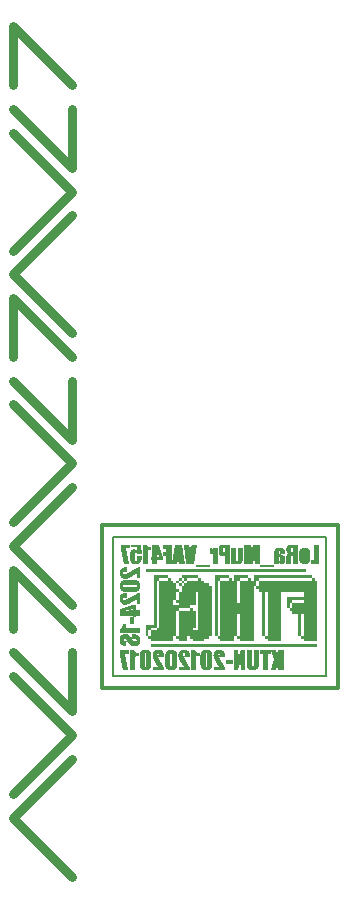
<source format=gbr>
%TF.GenerationSoftware,KiCad,Pcbnew,7.0.5*%
%TF.CreationDate,2024-05-26T12:51:26+03:00*%
%TF.ProjectId,LoRa_MuPr-VAF4751_L,4c6f5261-5f4d-4755-9072-2d5641463437,rev?*%
%TF.SameCoordinates,Original*%
%TF.FileFunction,Legend,Bot*%
%TF.FilePolarity,Positive*%
%FSLAX46Y46*%
G04 Gerber Fmt 4.6, Leading zero omitted, Abs format (unit mm)*
G04 Created by KiCad (PCBNEW 7.0.5) date 2024-05-26 12:51:26*
%MOMM*%
%LPD*%
G01*
G04 APERTURE LIST*
%ADD10C,0.300000*%
%ADD11C,0.800000*%
%ADD12C,0.150000*%
G04 APERTURE END LIST*
D10*
%TO.C,REF\u002A\u002A*%
G36*
X145352180Y-103306793D02*
G01*
X145604239Y-104070296D01*
X145328733Y-104995000D01*
X145802076Y-104995000D01*
X145968039Y-104269598D01*
X145956315Y-104995000D01*
X146413538Y-104995000D01*
X146413538Y-103306793D01*
X145956315Y-103306793D01*
X145968039Y-103965150D01*
X145784124Y-103306793D01*
X145352180Y-103306793D01*
G37*
G36*
X144389375Y-103306793D02*
G01*
X144389375Y-103658503D01*
X144646929Y-103658503D01*
X144646929Y-104995000D01*
X145104152Y-104995000D01*
X145104152Y-103658503D01*
X145360607Y-103658503D01*
X145360607Y-103306793D01*
X144389375Y-103306793D01*
G37*
G36*
X143309699Y-103306793D02*
G01*
X143309699Y-104423471D01*
X143309750Y-104446668D01*
X143309900Y-104468998D01*
X143310150Y-104490460D01*
X143310501Y-104511055D01*
X143310952Y-104530783D01*
X143311503Y-104549644D01*
X143312154Y-104567637D01*
X143312905Y-104584763D01*
X143313757Y-104601022D01*
X143314708Y-104616414D01*
X143316324Y-104637875D01*
X143318164Y-104657385D01*
X143320231Y-104674943D01*
X143322522Y-104690551D01*
X143325364Y-104705221D01*
X143329082Y-104719969D01*
X143333676Y-104734794D01*
X143339146Y-104749696D01*
X143345492Y-104764675D01*
X143352713Y-104779732D01*
X143360810Y-104794866D01*
X143369783Y-104810077D01*
X143379632Y-104825366D01*
X143390357Y-104840732D01*
X143397993Y-104851018D01*
X143410022Y-104866123D01*
X143422753Y-104880526D01*
X143436186Y-104894228D01*
X143450320Y-104907227D01*
X143465157Y-104919524D01*
X143480696Y-104931119D01*
X143496936Y-104942012D01*
X143513879Y-104952204D01*
X143531523Y-104961693D01*
X143549870Y-104970480D01*
X143562491Y-104975949D01*
X143581900Y-104983543D01*
X143601934Y-104990391D01*
X143622592Y-104996492D01*
X143643875Y-105001846D01*
X143658411Y-105005000D01*
X143673224Y-105007822D01*
X143688315Y-105010312D01*
X143703684Y-105012470D01*
X143719330Y-105014297D01*
X143735254Y-105015791D01*
X143751456Y-105016953D01*
X143767935Y-105017783D01*
X143784692Y-105018281D01*
X143801727Y-105018447D01*
X143820594Y-105018251D01*
X143839187Y-105017663D01*
X143857506Y-105016682D01*
X143875549Y-105015310D01*
X143893318Y-105013545D01*
X143910812Y-105011389D01*
X143928031Y-105008840D01*
X143944975Y-105005899D01*
X143961645Y-105002566D01*
X143978039Y-104998841D01*
X143994159Y-104994723D01*
X144010005Y-104990214D01*
X144025575Y-104985312D01*
X144040871Y-104980019D01*
X144055892Y-104974333D01*
X144070638Y-104968255D01*
X144085019Y-104961861D01*
X144098945Y-104955226D01*
X144112416Y-104948351D01*
X144125432Y-104941236D01*
X144144103Y-104930112D01*
X144161750Y-104918447D01*
X144178372Y-104906241D01*
X144193971Y-104893494D01*
X144208546Y-104880206D01*
X144222097Y-104866377D01*
X144234624Y-104852007D01*
X144246127Y-104837096D01*
X144256696Y-104821779D01*
X144266421Y-104806326D01*
X144275303Y-104790738D01*
X144283341Y-104775015D01*
X144290536Y-104759156D01*
X144296887Y-104743163D01*
X144302394Y-104727034D01*
X144307057Y-104710770D01*
X144310877Y-104694370D01*
X144313854Y-104677835D01*
X144315369Y-104666737D01*
X144317203Y-104648298D01*
X144318856Y-104626504D01*
X144319857Y-104610111D01*
X144320779Y-104592226D01*
X144321620Y-104572851D01*
X144322382Y-104551984D01*
X144323063Y-104529625D01*
X144323664Y-104505776D01*
X144324185Y-104480435D01*
X144324626Y-104453603D01*
X144324986Y-104425280D01*
X144325137Y-104410559D01*
X144325267Y-104395466D01*
X144325377Y-104379999D01*
X144325467Y-104364160D01*
X144325537Y-104347948D01*
X144325587Y-104331364D01*
X144325618Y-104314406D01*
X144325628Y-104297076D01*
X144325628Y-103306793D01*
X143868405Y-103306793D01*
X143868405Y-104557194D01*
X143868318Y-104576338D01*
X143868057Y-104594065D01*
X143867622Y-104610376D01*
X143867014Y-104625269D01*
X143865932Y-104642923D01*
X143864541Y-104658059D01*
X143862367Y-104673436D01*
X143858513Y-104688353D01*
X143850384Y-104701683D01*
X143837476Y-104710645D01*
X143822134Y-104713607D01*
X143820411Y-104713632D01*
X143805344Y-104711869D01*
X143791788Y-104705670D01*
X143780940Y-104693549D01*
X143777180Y-104685422D01*
X143773183Y-104668484D01*
X143770929Y-104650955D01*
X143769487Y-104633673D01*
X143768615Y-104618810D01*
X143767924Y-104602319D01*
X143767413Y-104584197D01*
X143767082Y-104564447D01*
X143766932Y-104543067D01*
X143766922Y-104535579D01*
X143766922Y-103306793D01*
X143309699Y-103306793D01*
G37*
G36*
X142179832Y-103306793D02*
G01*
X142179832Y-104995000D01*
X142580635Y-104995000D01*
X142797522Y-104226367D01*
X142785799Y-104995000D01*
X143171946Y-104995000D01*
X143171946Y-103306793D01*
X142789096Y-103306793D01*
X142554256Y-104068098D01*
X142565980Y-103306793D01*
X142179832Y-103306793D01*
G37*
G36*
X141513415Y-104150896D02*
G01*
X141513415Y-104455711D01*
X142084211Y-104455711D01*
X142084211Y-104150896D01*
X141513415Y-104150896D01*
G37*
G36*
X140507745Y-104737079D02*
G01*
X140507745Y-104995000D01*
X141447103Y-104995000D01*
X141447103Y-104792400D01*
X141421897Y-104749098D01*
X141397341Y-104706844D01*
X141373434Y-104665638D01*
X141350177Y-104625481D01*
X141327570Y-104586372D01*
X141305612Y-104548311D01*
X141284305Y-104511299D01*
X141263647Y-104475335D01*
X141243638Y-104440419D01*
X141224280Y-104406551D01*
X141205571Y-104373732D01*
X141187511Y-104341961D01*
X141170102Y-104311238D01*
X141153342Y-104281564D01*
X141137232Y-104252938D01*
X141121772Y-104225360D01*
X141106961Y-104198830D01*
X141092801Y-104173349D01*
X141079289Y-104148916D01*
X141066428Y-104125531D01*
X141054216Y-104103195D01*
X141042654Y-104081907D01*
X141031742Y-104061667D01*
X141021480Y-104042475D01*
X141011867Y-104024332D01*
X141002904Y-104007237D01*
X140994591Y-103991190D01*
X140986927Y-103976192D01*
X140979913Y-103962242D01*
X140967835Y-103937487D01*
X140962770Y-103926681D01*
X140953542Y-103906364D01*
X140944910Y-103886627D01*
X140936873Y-103867472D01*
X140929431Y-103848898D01*
X140922584Y-103830904D01*
X140916333Y-103813492D01*
X140910677Y-103796661D01*
X140905617Y-103780410D01*
X140901152Y-103764741D01*
X140897282Y-103749653D01*
X140894008Y-103735146D01*
X140890213Y-103714474D01*
X140887757Y-103695110D01*
X140886641Y-103677054D01*
X140886566Y-103671325D01*
X140886887Y-103654953D01*
X140887848Y-103639726D01*
X140889952Y-103622303D01*
X140893058Y-103606668D01*
X140898107Y-103590267D01*
X140904598Y-103576443D01*
X140907083Y-103572407D01*
X140917040Y-103560273D01*
X140928961Y-103551119D01*
X140942846Y-103544946D01*
X140958694Y-103541753D01*
X140968632Y-103541266D01*
X140985477Y-103542896D01*
X141000428Y-103547788D01*
X141013486Y-103555940D01*
X141024651Y-103567352D01*
X141030181Y-103575338D01*
X141037153Y-103590644D01*
X141041862Y-103607472D01*
X141044907Y-103623600D01*
X141047311Y-103642099D01*
X141048694Y-103657528D01*
X141049716Y-103674290D01*
X141050377Y-103692386D01*
X141050677Y-103711814D01*
X141050697Y-103718586D01*
X141050697Y-103892976D01*
X141447103Y-103892976D01*
X141447103Y-103821901D01*
X141447046Y-103804859D01*
X141446875Y-103788264D01*
X141446588Y-103772116D01*
X141446188Y-103756413D01*
X141445672Y-103741158D01*
X141445043Y-103726349D01*
X141443883Y-103704972D01*
X141442467Y-103684600D01*
X141440792Y-103665233D01*
X141438860Y-103646871D01*
X141436671Y-103629513D01*
X141434223Y-103613159D01*
X141432449Y-103602815D01*
X141429253Y-103587653D01*
X141425296Y-103572530D01*
X141420580Y-103557445D01*
X141415104Y-103542400D01*
X141408868Y-103527392D01*
X141401872Y-103512423D01*
X141394116Y-103497493D01*
X141385600Y-103482602D01*
X141376324Y-103467749D01*
X141366289Y-103452935D01*
X141359176Y-103443080D01*
X141347948Y-103428584D01*
X141336108Y-103414770D01*
X141323656Y-103401639D01*
X141310593Y-103389191D01*
X141296917Y-103377425D01*
X141282630Y-103366341D01*
X141267731Y-103355941D01*
X141252221Y-103346223D01*
X141236098Y-103337188D01*
X141219364Y-103328835D01*
X141207868Y-103323646D01*
X141190035Y-103316444D01*
X141171572Y-103309950D01*
X141152477Y-103304165D01*
X141132751Y-103299088D01*
X141112395Y-103294719D01*
X141091407Y-103291059D01*
X141069788Y-103288108D01*
X141055024Y-103286533D01*
X141039980Y-103285274D01*
X141024656Y-103284330D01*
X141009051Y-103283700D01*
X140993166Y-103283385D01*
X140985118Y-103283346D01*
X140969438Y-103283473D01*
X140953996Y-103283854D01*
X140938792Y-103284489D01*
X140923827Y-103285378D01*
X140909099Y-103286521D01*
X140880360Y-103289569D01*
X140852573Y-103293634D01*
X140825740Y-103298714D01*
X140799860Y-103304810D01*
X140774933Y-103311923D01*
X140750959Y-103320052D01*
X140727938Y-103329197D01*
X140705870Y-103339358D01*
X140684756Y-103350534D01*
X140664594Y-103362728D01*
X140645386Y-103375937D01*
X140627131Y-103390162D01*
X140609828Y-103405403D01*
X140601535Y-103413405D01*
X140585697Y-103429886D01*
X140570880Y-103446904D01*
X140557086Y-103464461D01*
X140544313Y-103482556D01*
X140532562Y-103501189D01*
X140521833Y-103520360D01*
X140512126Y-103540070D01*
X140503441Y-103560317D01*
X140495777Y-103581102D01*
X140489135Y-103602426D01*
X140483515Y-103624288D01*
X140478917Y-103646687D01*
X140475341Y-103669625D01*
X140472786Y-103693101D01*
X140471254Y-103717115D01*
X140470743Y-103741667D01*
X140471026Y-103760415D01*
X140471876Y-103779288D01*
X140473293Y-103798288D01*
X140475276Y-103817413D01*
X140477827Y-103836664D01*
X140480944Y-103856042D01*
X140484627Y-103875545D01*
X140488878Y-103895174D01*
X140493695Y-103914929D01*
X140499079Y-103934810D01*
X140505029Y-103954817D01*
X140511547Y-103974950D01*
X140518631Y-103995209D01*
X140526281Y-104015593D01*
X140534499Y-104036104D01*
X140543283Y-104056741D01*
X140553346Y-104078761D01*
X140565494Y-104103515D01*
X140572349Y-104116917D01*
X140579725Y-104131002D01*
X140587621Y-104145771D01*
X140596039Y-104161223D01*
X140604978Y-104177359D01*
X140614438Y-104194177D01*
X140624418Y-104211679D01*
X140634920Y-104229865D01*
X140645942Y-104248734D01*
X140657485Y-104268286D01*
X140669550Y-104288521D01*
X140682135Y-104309440D01*
X140695241Y-104331043D01*
X140708868Y-104353328D01*
X140723016Y-104376297D01*
X140737685Y-104399950D01*
X140752875Y-104424285D01*
X140768585Y-104449304D01*
X140784817Y-104475007D01*
X140801570Y-104501392D01*
X140818843Y-104528461D01*
X140836638Y-104556214D01*
X140854953Y-104584650D01*
X140873789Y-104613769D01*
X140893146Y-104643571D01*
X140913025Y-104674057D01*
X140933424Y-104705226D01*
X140954344Y-104737079D01*
X140507745Y-104737079D01*
G37*
G36*
X139900989Y-103283619D02*
G01*
X139921792Y-103284439D01*
X139942205Y-103285806D01*
X139962229Y-103287719D01*
X139981864Y-103290179D01*
X140001109Y-103293186D01*
X140019966Y-103296739D01*
X140038433Y-103300840D01*
X140056511Y-103305486D01*
X140074199Y-103310680D01*
X140091498Y-103316420D01*
X140108408Y-103322707D01*
X140124929Y-103329540D01*
X140141061Y-103336921D01*
X140156803Y-103344848D01*
X140172156Y-103353321D01*
X140186956Y-103362248D01*
X140201133Y-103371536D01*
X140214686Y-103381185D01*
X140227614Y-103391194D01*
X140239919Y-103401564D01*
X140251600Y-103412294D01*
X140262656Y-103423386D01*
X140273089Y-103434837D01*
X140282898Y-103446650D01*
X140292083Y-103458823D01*
X140300644Y-103471356D01*
X140308581Y-103484251D01*
X140315894Y-103497506D01*
X140322583Y-103511121D01*
X140328648Y-103525097D01*
X140334089Y-103539434D01*
X140339013Y-103554392D01*
X140343620Y-103570232D01*
X140347909Y-103586953D01*
X140351880Y-103604556D01*
X140355534Y-103623040D01*
X140358870Y-103642406D01*
X140361888Y-103662653D01*
X140364589Y-103683782D01*
X140366971Y-103705792D01*
X140369037Y-103728684D01*
X140370784Y-103752458D01*
X140372214Y-103777113D01*
X140373326Y-103802650D01*
X140374120Y-103829068D01*
X140374596Y-103856368D01*
X140374755Y-103884549D01*
X140374755Y-104460108D01*
X140374657Y-104481722D01*
X140374360Y-104502600D01*
X140373867Y-104522743D01*
X140373175Y-104542150D01*
X140372287Y-104560822D01*
X140371200Y-104578758D01*
X140369917Y-104595959D01*
X140368435Y-104612424D01*
X140366757Y-104628153D01*
X140364881Y-104643147D01*
X140361696Y-104664258D01*
X140358067Y-104683714D01*
X140353994Y-104701516D01*
X140349476Y-104717662D01*
X140346179Y-104727847D01*
X140340718Y-104743023D01*
X140334638Y-104758076D01*
X140327941Y-104773007D01*
X140320625Y-104787816D01*
X140312691Y-104802503D01*
X140304139Y-104817067D01*
X140294968Y-104831508D01*
X140285179Y-104845828D01*
X140274772Y-104860025D01*
X140263747Y-104874099D01*
X140255986Y-104883243D01*
X140243749Y-104896383D01*
X140230797Y-104908835D01*
X140217130Y-104920598D01*
X140202749Y-104931671D01*
X140187652Y-104942056D01*
X140171841Y-104951751D01*
X140155315Y-104960758D01*
X140138074Y-104969075D01*
X140120118Y-104976703D01*
X140101448Y-104983642D01*
X140088569Y-104987857D01*
X140068527Y-104993669D01*
X140047615Y-104998869D01*
X140033191Y-105001996D01*
X140018380Y-105004851D01*
X140003183Y-105007434D01*
X139987600Y-105009746D01*
X139971630Y-105011785D01*
X139955274Y-105013552D01*
X139938531Y-105015048D01*
X139921402Y-105016272D01*
X139903887Y-105017223D01*
X139885985Y-105017903D01*
X139867697Y-105018311D01*
X139849023Y-105018447D01*
X139834637Y-105018317D01*
X139813381Y-105017633D01*
X139792511Y-105016363D01*
X139772027Y-105014507D01*
X139751930Y-105012065D01*
X139732220Y-105009038D01*
X139712895Y-105005424D01*
X139693957Y-105001224D01*
X139675406Y-104996438D01*
X139657241Y-104991066D01*
X139639462Y-104985108D01*
X139627800Y-104980727D01*
X139610709Y-104973528D01*
X139594102Y-104965576D01*
X139577977Y-104956870D01*
X139562335Y-104947411D01*
X139547177Y-104937198D01*
X139532501Y-104926232D01*
X139518308Y-104914512D01*
X139504599Y-104902039D01*
X139491372Y-104888812D01*
X139478628Y-104874832D01*
X139470428Y-104865218D01*
X139458804Y-104850636D01*
X139447991Y-104835860D01*
X139437990Y-104820891D01*
X139428800Y-104805729D01*
X139420421Y-104790374D01*
X139412854Y-104774826D01*
X139406099Y-104759085D01*
X139400155Y-104743150D01*
X139395022Y-104727022D01*
X139390701Y-104710701D01*
X139389394Y-104705130D01*
X139385721Y-104687231D01*
X139382421Y-104667554D01*
X139379495Y-104646101D01*
X139377752Y-104630811D01*
X139376175Y-104614731D01*
X139374764Y-104597861D01*
X139373519Y-104580201D01*
X139373266Y-104575879D01*
X139809089Y-104575879D01*
X139809139Y-104590863D01*
X139809402Y-104611996D01*
X139809890Y-104631520D01*
X139810604Y-104649434D01*
X139811543Y-104665738D01*
X139812708Y-104680432D01*
X139814611Y-104697520D01*
X139817554Y-104714854D01*
X139821912Y-104729752D01*
X139829743Y-104743216D01*
X139842384Y-104753764D01*
X139857027Y-104759054D01*
X139872470Y-104760526D01*
X139886093Y-104759625D01*
X139901331Y-104755618D01*
X139914478Y-104747278D01*
X139923394Y-104734881D01*
X139924116Y-104733138D01*
X139927963Y-104717768D01*
X139930069Y-104702842D01*
X139931809Y-104684171D01*
X139932874Y-104667712D01*
X139933733Y-104649146D01*
X139934385Y-104628475D01*
X139934706Y-104613524D01*
X139934935Y-104597637D01*
X139935072Y-104580815D01*
X139935118Y-104563056D01*
X139935118Y-103733241D01*
X139935068Y-103717502D01*
X139934805Y-103695320D01*
X139934317Y-103674852D01*
X139933603Y-103656096D01*
X139932664Y-103639054D01*
X139931499Y-103623725D01*
X139929596Y-103605950D01*
X139926653Y-103588015D01*
X139922295Y-103572773D01*
X139921446Y-103570835D01*
X139912877Y-103557543D01*
X139901148Y-103548189D01*
X139886258Y-103542774D01*
X139870638Y-103541266D01*
X139854695Y-103542669D01*
X139839823Y-103547706D01*
X139827361Y-103557752D01*
X139820080Y-103570575D01*
X139818116Y-103576985D01*
X139815271Y-103591733D01*
X139813382Y-103607189D01*
X139811837Y-103625896D01*
X139810903Y-103642061D01*
X139810162Y-103660054D01*
X139809615Y-103679876D01*
X139809261Y-103701528D01*
X139809132Y-103716978D01*
X139809089Y-103733241D01*
X139809089Y-104575879D01*
X139373266Y-104575879D01*
X139372440Y-104561751D01*
X139371527Y-104542511D01*
X139370780Y-104522481D01*
X139370199Y-104501661D01*
X139369784Y-104480052D01*
X139369535Y-104457652D01*
X139369452Y-104434462D01*
X139369452Y-103884549D01*
X139369471Y-103872856D01*
X139369622Y-103850064D01*
X139369926Y-103828065D01*
X139370381Y-103806859D01*
X139370988Y-103786446D01*
X139371746Y-103766825D01*
X139372656Y-103747997D01*
X139373718Y-103729963D01*
X139374932Y-103712721D01*
X139376297Y-103696271D01*
X139377814Y-103680615D01*
X139379483Y-103665752D01*
X139382270Y-103644943D01*
X139385399Y-103625918D01*
X139388869Y-103608677D01*
X139391438Y-103597799D01*
X139395822Y-103581735D01*
X139400845Y-103565973D01*
X139406504Y-103550514D01*
X139412801Y-103535357D01*
X139419736Y-103520503D01*
X139427309Y-103505952D01*
X139435519Y-103491703D01*
X139444366Y-103477758D01*
X139453851Y-103464115D01*
X139463974Y-103450774D01*
X139474833Y-103437713D01*
X139486664Y-103425044D01*
X139499468Y-103412768D01*
X139513244Y-103400886D01*
X139527993Y-103389396D01*
X139543714Y-103378298D01*
X139560407Y-103367594D01*
X139578073Y-103357283D01*
X139596712Y-103347364D01*
X139616323Y-103337838D01*
X139629937Y-103331706D01*
X139643836Y-103325850D01*
X139657964Y-103320371D01*
X139672320Y-103315271D01*
X139686906Y-103310548D01*
X139701721Y-103306203D01*
X139716765Y-103302236D01*
X139732038Y-103298647D01*
X139747540Y-103295436D01*
X139763270Y-103292602D01*
X139779230Y-103290146D01*
X139795419Y-103288068D01*
X139811837Y-103286368D01*
X139828483Y-103285046D01*
X139845359Y-103284101D01*
X139862464Y-103283535D01*
X139879797Y-103283346D01*
X139900989Y-103283619D01*
G37*
G36*
X138583967Y-103306793D02*
G01*
X138583967Y-104995000D01*
X139023970Y-104995000D01*
X139023970Y-104079455D01*
X139024005Y-104055800D01*
X139024108Y-104033379D01*
X139024279Y-104012192D01*
X139024520Y-103992238D01*
X139024829Y-103973517D01*
X139025207Y-103956030D01*
X139025653Y-103939777D01*
X139026168Y-103924758D01*
X139027070Y-103904542D01*
X139028126Y-103887101D01*
X139029337Y-103872436D01*
X139031192Y-103857201D01*
X139032763Y-103849012D01*
X139037852Y-103834003D01*
X139045746Y-103820712D01*
X139056445Y-103809139D01*
X139069949Y-103799284D01*
X139078925Y-103794424D01*
X139093257Y-103789041D01*
X139108381Y-103785392D01*
X139126757Y-103782326D01*
X139142672Y-103780410D01*
X139160417Y-103778823D01*
X139179990Y-103777564D01*
X139201392Y-103776633D01*
X139216676Y-103776195D01*
X139232773Y-103775903D01*
X139249683Y-103775757D01*
X139258443Y-103775739D01*
X139311200Y-103775739D01*
X139311200Y-103572773D01*
X139292158Y-103568565D01*
X139273408Y-103564092D01*
X139254952Y-103559355D01*
X139236788Y-103554352D01*
X139218916Y-103549085D01*
X139201338Y-103543553D01*
X139184052Y-103537756D01*
X139167058Y-103531695D01*
X139150358Y-103525369D01*
X139133950Y-103518778D01*
X139117834Y-103511922D01*
X139102012Y-103504801D01*
X139086481Y-103497416D01*
X139071244Y-103489766D01*
X139056299Y-103481851D01*
X139041647Y-103473672D01*
X139027288Y-103465228D01*
X139013221Y-103456519D01*
X138999447Y-103447545D01*
X138985966Y-103438306D01*
X138972777Y-103428803D01*
X138959881Y-103419035D01*
X138947277Y-103409002D01*
X138934967Y-103398705D01*
X138922948Y-103388142D01*
X138911223Y-103377315D01*
X138899790Y-103366223D01*
X138888650Y-103354867D01*
X138877803Y-103343245D01*
X138867248Y-103331359D01*
X138856986Y-103319209D01*
X138847016Y-103306793D01*
X138583967Y-103306793D01*
G37*
G36*
X137529937Y-104737079D02*
G01*
X137529937Y-104995000D01*
X138469295Y-104995000D01*
X138469295Y-104792400D01*
X138444089Y-104749098D01*
X138419532Y-104706844D01*
X138395625Y-104665638D01*
X138372368Y-104625481D01*
X138349761Y-104586372D01*
X138327804Y-104548311D01*
X138306496Y-104511299D01*
X138285838Y-104475335D01*
X138265829Y-104440419D01*
X138246471Y-104406551D01*
X138227762Y-104373732D01*
X138209703Y-104341961D01*
X138192293Y-104311238D01*
X138175534Y-104281564D01*
X138159423Y-104252938D01*
X138143963Y-104225360D01*
X138129153Y-104198830D01*
X138114992Y-104173349D01*
X138101481Y-104148916D01*
X138088619Y-104125531D01*
X138076408Y-104103195D01*
X138064846Y-104081907D01*
X138053933Y-104061667D01*
X138043671Y-104042475D01*
X138034058Y-104024332D01*
X138025095Y-104007237D01*
X138016782Y-103991190D01*
X138009118Y-103976192D01*
X138002104Y-103962242D01*
X137990026Y-103937487D01*
X137984961Y-103926681D01*
X137975733Y-103906364D01*
X137967101Y-103886627D01*
X137959064Y-103867472D01*
X137951622Y-103848898D01*
X137944776Y-103830904D01*
X137938524Y-103813492D01*
X137932869Y-103796661D01*
X137927808Y-103780410D01*
X137923343Y-103764741D01*
X137919474Y-103749653D01*
X137916199Y-103735146D01*
X137912404Y-103714474D01*
X137909948Y-103695110D01*
X137908832Y-103677054D01*
X137908757Y-103671325D01*
X137909078Y-103654953D01*
X137910040Y-103639726D01*
X137912143Y-103622303D01*
X137915249Y-103606668D01*
X137920298Y-103590267D01*
X137926789Y-103576443D01*
X137929274Y-103572407D01*
X137939231Y-103560273D01*
X137951153Y-103551119D01*
X137965037Y-103544946D01*
X137980885Y-103541753D01*
X137990823Y-103541266D01*
X138007668Y-103542896D01*
X138022619Y-103547788D01*
X138035678Y-103555940D01*
X138046842Y-103567352D01*
X138052372Y-103575338D01*
X138059345Y-103590644D01*
X138064053Y-103607472D01*
X138067098Y-103623600D01*
X138069503Y-103642099D01*
X138070885Y-103657528D01*
X138071907Y-103674290D01*
X138072568Y-103692386D01*
X138072869Y-103711814D01*
X138072889Y-103718586D01*
X138072889Y-103892976D01*
X138469295Y-103892976D01*
X138469295Y-103821901D01*
X138469237Y-103804859D01*
X138469066Y-103788264D01*
X138468779Y-103772116D01*
X138468379Y-103756413D01*
X138467864Y-103741158D01*
X138467234Y-103726349D01*
X138466075Y-103704972D01*
X138464658Y-103684600D01*
X138462983Y-103665233D01*
X138461051Y-103646871D01*
X138458862Y-103629513D01*
X138456415Y-103613159D01*
X138454640Y-103602815D01*
X138451444Y-103587653D01*
X138447487Y-103572530D01*
X138442771Y-103557445D01*
X138437295Y-103542400D01*
X138431059Y-103527392D01*
X138424063Y-103512423D01*
X138416307Y-103497493D01*
X138407791Y-103482602D01*
X138398516Y-103467749D01*
X138388480Y-103452935D01*
X138381367Y-103443080D01*
X138370139Y-103428584D01*
X138358299Y-103414770D01*
X138345847Y-103401639D01*
X138332784Y-103389191D01*
X138319109Y-103377425D01*
X138304821Y-103366341D01*
X138289923Y-103355941D01*
X138274412Y-103346223D01*
X138258289Y-103337188D01*
X138241555Y-103328835D01*
X138230059Y-103323646D01*
X138212226Y-103316444D01*
X138193763Y-103309950D01*
X138174668Y-103304165D01*
X138154943Y-103299088D01*
X138134586Y-103294719D01*
X138113598Y-103291059D01*
X138091979Y-103288108D01*
X138077216Y-103286533D01*
X138062172Y-103285274D01*
X138046847Y-103284330D01*
X138031243Y-103283700D01*
X138015357Y-103283385D01*
X138007309Y-103283346D01*
X137991629Y-103283473D01*
X137976187Y-103283854D01*
X137960983Y-103284489D01*
X137946018Y-103285378D01*
X137931291Y-103286521D01*
X137902551Y-103289569D01*
X137874765Y-103293634D01*
X137847931Y-103298714D01*
X137822051Y-103304810D01*
X137797124Y-103311923D01*
X137773150Y-103320052D01*
X137750129Y-103329197D01*
X137728061Y-103339358D01*
X137706947Y-103350534D01*
X137686785Y-103362728D01*
X137667577Y-103375937D01*
X137649322Y-103390162D01*
X137632020Y-103405403D01*
X137623726Y-103413405D01*
X137607888Y-103429886D01*
X137593072Y-103446904D01*
X137579277Y-103464461D01*
X137566504Y-103482556D01*
X137554754Y-103501189D01*
X137544025Y-103520360D01*
X137534317Y-103540070D01*
X137525632Y-103560317D01*
X137517968Y-103581102D01*
X137511327Y-103602426D01*
X137505707Y-103624288D01*
X137501108Y-103646687D01*
X137497532Y-103669625D01*
X137494978Y-103693101D01*
X137493445Y-103717115D01*
X137492934Y-103741667D01*
X137493217Y-103760415D01*
X137494067Y-103779288D01*
X137495484Y-103798288D01*
X137497468Y-103817413D01*
X137500018Y-103836664D01*
X137503135Y-103856042D01*
X137506819Y-103875545D01*
X137511069Y-103895174D01*
X137515886Y-103914929D01*
X137521270Y-103934810D01*
X137527220Y-103954817D01*
X137533738Y-103974950D01*
X137540822Y-103995209D01*
X137548472Y-104015593D01*
X137556690Y-104036104D01*
X137565474Y-104056741D01*
X137575538Y-104078761D01*
X137587685Y-104103515D01*
X137594540Y-104116917D01*
X137601916Y-104131002D01*
X137609813Y-104145771D01*
X137618230Y-104161223D01*
X137627169Y-104177359D01*
X137636629Y-104194177D01*
X137646609Y-104211679D01*
X137657111Y-104229865D01*
X137668133Y-104248734D01*
X137679677Y-104268286D01*
X137691741Y-104288521D01*
X137704326Y-104309440D01*
X137717432Y-104331043D01*
X137731059Y-104353328D01*
X137745207Y-104376297D01*
X137759876Y-104399950D01*
X137775066Y-104424285D01*
X137790777Y-104449304D01*
X137807008Y-104475007D01*
X137823761Y-104501392D01*
X137841034Y-104528461D01*
X137858829Y-104556214D01*
X137877144Y-104584650D01*
X137895980Y-104613769D01*
X137915338Y-104643571D01*
X137935216Y-104674057D01*
X137955615Y-104705226D01*
X137976535Y-104737079D01*
X137529937Y-104737079D01*
G37*
G36*
X136923180Y-103283619D02*
G01*
X136943983Y-103284439D01*
X136964396Y-103285806D01*
X136984420Y-103287719D01*
X137004055Y-103290179D01*
X137023301Y-103293186D01*
X137042157Y-103296739D01*
X137060624Y-103300840D01*
X137078702Y-103305486D01*
X137096390Y-103310680D01*
X137113690Y-103316420D01*
X137130600Y-103322707D01*
X137147120Y-103329540D01*
X137163252Y-103336921D01*
X137178994Y-103344848D01*
X137194347Y-103353321D01*
X137209148Y-103362248D01*
X137223324Y-103371536D01*
X137236877Y-103381185D01*
X137249805Y-103391194D01*
X137262110Y-103401564D01*
X137273791Y-103412294D01*
X137284848Y-103423386D01*
X137295280Y-103434837D01*
X137305089Y-103446650D01*
X137314274Y-103458823D01*
X137322835Y-103471356D01*
X137330772Y-103484251D01*
X137338085Y-103497506D01*
X137344774Y-103511121D01*
X137350839Y-103525097D01*
X137356280Y-103539434D01*
X137361204Y-103554392D01*
X137365811Y-103570232D01*
X137370100Y-103586953D01*
X137374072Y-103604556D01*
X137377725Y-103623040D01*
X137381061Y-103642406D01*
X137384079Y-103662653D01*
X137386780Y-103683782D01*
X137389163Y-103705792D01*
X137391228Y-103728684D01*
X137392975Y-103752458D01*
X137394405Y-103777113D01*
X137395517Y-103802650D01*
X137396311Y-103829068D01*
X137396788Y-103856368D01*
X137396946Y-103884549D01*
X137396946Y-104460108D01*
X137396848Y-104481722D01*
X137396551Y-104502600D01*
X137396058Y-104522743D01*
X137395367Y-104542150D01*
X137394478Y-104560822D01*
X137393392Y-104578758D01*
X137392108Y-104595959D01*
X137390627Y-104612424D01*
X137388948Y-104628153D01*
X137387072Y-104643147D01*
X137383887Y-104664258D01*
X137380258Y-104683714D01*
X137376185Y-104701516D01*
X137371667Y-104717662D01*
X137368370Y-104727847D01*
X137362909Y-104743023D01*
X137356830Y-104758076D01*
X137350132Y-104773007D01*
X137342816Y-104787816D01*
X137334882Y-104802503D01*
X137326330Y-104817067D01*
X137317159Y-104831508D01*
X137307370Y-104845828D01*
X137296963Y-104860025D01*
X137285938Y-104874099D01*
X137278177Y-104883243D01*
X137265940Y-104896383D01*
X137252988Y-104908835D01*
X137239321Y-104920598D01*
X137224940Y-104931671D01*
X137209843Y-104942056D01*
X137194032Y-104951751D01*
X137177506Y-104960758D01*
X137160265Y-104969075D01*
X137142309Y-104976703D01*
X137123639Y-104983642D01*
X137110760Y-104987857D01*
X137090718Y-104993669D01*
X137069806Y-104998869D01*
X137055382Y-105001996D01*
X137040571Y-105004851D01*
X137025374Y-105007434D01*
X137009791Y-105009746D01*
X136993821Y-105011785D01*
X136977465Y-105013552D01*
X136960723Y-105015048D01*
X136943594Y-105016272D01*
X136926078Y-105017223D01*
X136908176Y-105017903D01*
X136889888Y-105018311D01*
X136871214Y-105018447D01*
X136856828Y-105018317D01*
X136835572Y-105017633D01*
X136814702Y-105016363D01*
X136794219Y-105014507D01*
X136774121Y-105012065D01*
X136754411Y-105009038D01*
X136735087Y-105005424D01*
X136716149Y-105001224D01*
X136697597Y-104996438D01*
X136679432Y-104991066D01*
X136661653Y-104985108D01*
X136649991Y-104980727D01*
X136632901Y-104973528D01*
X136616293Y-104965576D01*
X136600168Y-104956870D01*
X136584527Y-104947411D01*
X136569368Y-104937198D01*
X136554692Y-104926232D01*
X136540499Y-104914512D01*
X136526790Y-104902039D01*
X136513563Y-104888812D01*
X136500819Y-104874832D01*
X136492619Y-104865218D01*
X136480995Y-104850636D01*
X136470182Y-104835860D01*
X136460181Y-104820891D01*
X136450991Y-104805729D01*
X136442613Y-104790374D01*
X136435046Y-104774826D01*
X136428290Y-104759085D01*
X136422346Y-104743150D01*
X136417213Y-104727022D01*
X136412892Y-104710701D01*
X136411585Y-104705130D01*
X136407912Y-104687231D01*
X136404612Y-104667554D01*
X136401686Y-104646101D01*
X136399943Y-104630811D01*
X136398366Y-104614731D01*
X136396955Y-104597861D01*
X136395710Y-104580201D01*
X136395457Y-104575879D01*
X136831280Y-104575879D01*
X136831330Y-104590863D01*
X136831593Y-104611996D01*
X136832081Y-104631520D01*
X136832795Y-104649434D01*
X136833734Y-104665738D01*
X136834899Y-104680432D01*
X136836802Y-104697520D01*
X136839745Y-104714854D01*
X136844103Y-104729752D01*
X136851934Y-104743216D01*
X136864576Y-104753764D01*
X136879219Y-104759054D01*
X136894661Y-104760526D01*
X136908284Y-104759625D01*
X136923522Y-104755618D01*
X136936670Y-104747278D01*
X136945586Y-104734881D01*
X136946307Y-104733138D01*
X136950154Y-104717768D01*
X136952260Y-104702842D01*
X136954001Y-104684171D01*
X136955065Y-104667712D01*
X136955924Y-104649146D01*
X136956577Y-104628475D01*
X136956897Y-104613524D01*
X136957126Y-104597637D01*
X136957264Y-104580815D01*
X136957309Y-104563056D01*
X136957309Y-103733241D01*
X136957259Y-103717502D01*
X136956996Y-103695320D01*
X136956508Y-103674852D01*
X136955794Y-103656096D01*
X136954855Y-103639054D01*
X136953690Y-103623725D01*
X136951787Y-103605950D01*
X136948844Y-103588015D01*
X136944487Y-103572773D01*
X136943638Y-103570835D01*
X136935068Y-103557543D01*
X136923339Y-103548189D01*
X136908449Y-103542774D01*
X136892829Y-103541266D01*
X136876886Y-103542669D01*
X136862014Y-103547706D01*
X136849552Y-103557752D01*
X136842271Y-103570575D01*
X136840307Y-103576985D01*
X136837462Y-103591733D01*
X136835573Y-103607189D01*
X136834028Y-103625896D01*
X136833094Y-103642061D01*
X136832353Y-103660054D01*
X136831806Y-103679876D01*
X136831452Y-103701528D01*
X136831323Y-103716978D01*
X136831280Y-103733241D01*
X136831280Y-104575879D01*
X136395457Y-104575879D01*
X136394631Y-104561751D01*
X136393718Y-104542511D01*
X136392971Y-104522481D01*
X136392390Y-104501661D01*
X136391975Y-104480052D01*
X136391726Y-104457652D01*
X136391643Y-104434462D01*
X136391643Y-103884549D01*
X136391662Y-103872856D01*
X136391814Y-103850064D01*
X136392117Y-103828065D01*
X136392572Y-103806859D01*
X136393179Y-103786446D01*
X136393937Y-103766825D01*
X136394848Y-103747997D01*
X136395909Y-103729963D01*
X136397123Y-103712721D01*
X136398488Y-103696271D01*
X136400005Y-103680615D01*
X136401674Y-103665752D01*
X136404461Y-103644943D01*
X136407590Y-103625918D01*
X136411060Y-103608677D01*
X136413629Y-103597799D01*
X136418014Y-103581735D01*
X136423036Y-103565973D01*
X136428695Y-103550514D01*
X136434993Y-103535357D01*
X136441927Y-103520503D01*
X136449500Y-103505952D01*
X136457710Y-103491703D01*
X136466557Y-103477758D01*
X136476042Y-103464115D01*
X136486165Y-103450774D01*
X136497024Y-103437713D01*
X136508855Y-103425044D01*
X136521659Y-103412768D01*
X136535435Y-103400886D01*
X136550184Y-103389396D01*
X136565905Y-103378298D01*
X136582598Y-103367594D01*
X136600264Y-103357283D01*
X136618903Y-103347364D01*
X136638514Y-103337838D01*
X136652128Y-103331706D01*
X136666027Y-103325850D01*
X136680155Y-103320371D01*
X136694512Y-103315271D01*
X136709098Y-103310548D01*
X136723912Y-103306203D01*
X136738956Y-103302236D01*
X136754229Y-103298647D01*
X136769731Y-103295436D01*
X136785462Y-103292602D01*
X136801421Y-103290146D01*
X136817610Y-103288068D01*
X136834028Y-103286368D01*
X136850674Y-103285046D01*
X136867550Y-103284101D01*
X136884655Y-103283535D01*
X136901988Y-103283346D01*
X136923180Y-103283619D01*
G37*
G36*
X135350802Y-104737079D02*
G01*
X135350802Y-104995000D01*
X136290160Y-104995000D01*
X136290160Y-104792400D01*
X136264954Y-104749098D01*
X136240397Y-104706844D01*
X136216491Y-104665638D01*
X136193234Y-104625481D01*
X136170627Y-104586372D01*
X136148669Y-104548311D01*
X136127361Y-104511299D01*
X136106703Y-104475335D01*
X136086695Y-104440419D01*
X136067336Y-104406551D01*
X136048627Y-104373732D01*
X136030568Y-104341961D01*
X136013159Y-104311238D01*
X135996399Y-104281564D01*
X135980289Y-104252938D01*
X135964829Y-104225360D01*
X135950018Y-104198830D01*
X135935857Y-104173349D01*
X135922346Y-104148916D01*
X135909485Y-104125531D01*
X135897273Y-104103195D01*
X135885711Y-104081907D01*
X135874799Y-104061667D01*
X135864536Y-104042475D01*
X135854924Y-104024332D01*
X135845960Y-104007237D01*
X135837647Y-103991190D01*
X135829984Y-103976192D01*
X135822970Y-103962242D01*
X135810891Y-103937487D01*
X135805826Y-103926681D01*
X135796599Y-103906364D01*
X135787966Y-103886627D01*
X135779929Y-103867472D01*
X135772487Y-103848898D01*
X135765641Y-103830904D01*
X135759390Y-103813492D01*
X135753734Y-103796661D01*
X135748674Y-103780410D01*
X135744209Y-103764741D01*
X135740339Y-103749653D01*
X135737064Y-103735146D01*
X135733269Y-103714474D01*
X135730813Y-103695110D01*
X135729697Y-103677054D01*
X135729623Y-103671325D01*
X135729943Y-103654953D01*
X135730905Y-103639726D01*
X135733009Y-103622303D01*
X135736114Y-103606668D01*
X135741163Y-103590267D01*
X135747655Y-103576443D01*
X135750139Y-103572407D01*
X135760097Y-103560273D01*
X135772018Y-103551119D01*
X135785903Y-103544946D01*
X135801751Y-103541753D01*
X135811688Y-103541266D01*
X135828533Y-103542896D01*
X135843485Y-103547788D01*
X135856543Y-103555940D01*
X135867708Y-103567352D01*
X135873237Y-103575338D01*
X135880210Y-103590644D01*
X135884918Y-103607472D01*
X135887964Y-103623600D01*
X135890368Y-103642099D01*
X135891750Y-103657528D01*
X135892772Y-103674290D01*
X135893433Y-103692386D01*
X135893734Y-103711814D01*
X135893754Y-103718586D01*
X135893754Y-103892976D01*
X136290160Y-103892976D01*
X136290160Y-103821901D01*
X136290103Y-103804859D01*
X136289931Y-103788264D01*
X136289645Y-103772116D01*
X136289244Y-103756413D01*
X136288729Y-103741158D01*
X136288099Y-103726349D01*
X136286940Y-103704972D01*
X136285523Y-103684600D01*
X136283849Y-103665233D01*
X136281917Y-103646871D01*
X136279727Y-103629513D01*
X136277280Y-103613159D01*
X136275505Y-103602815D01*
X136272309Y-103587653D01*
X136268353Y-103572530D01*
X136263637Y-103557445D01*
X136258160Y-103542400D01*
X136251924Y-103527392D01*
X136244928Y-103512423D01*
X136237172Y-103497493D01*
X136228657Y-103482602D01*
X136219381Y-103467749D01*
X136209345Y-103452935D01*
X136202233Y-103443080D01*
X136191004Y-103428584D01*
X136179165Y-103414770D01*
X136166713Y-103401639D01*
X136153649Y-103389191D01*
X136139974Y-103377425D01*
X136125687Y-103366341D01*
X136110788Y-103355941D01*
X136095277Y-103346223D01*
X136079155Y-103337188D01*
X136062420Y-103328835D01*
X136050924Y-103323646D01*
X136033092Y-103316444D01*
X136014628Y-103309950D01*
X135995534Y-103304165D01*
X135975808Y-103299088D01*
X135955451Y-103294719D01*
X135934463Y-103291059D01*
X135912844Y-103288108D01*
X135898081Y-103286533D01*
X135883037Y-103285274D01*
X135867713Y-103284330D01*
X135852108Y-103283700D01*
X135836223Y-103283385D01*
X135828175Y-103283346D01*
X135812494Y-103283473D01*
X135797052Y-103283854D01*
X135781849Y-103284489D01*
X135766883Y-103285378D01*
X135752156Y-103286521D01*
X135723416Y-103289569D01*
X135695630Y-103293634D01*
X135668797Y-103298714D01*
X135642916Y-103304810D01*
X135617989Y-103311923D01*
X135594015Y-103320052D01*
X135570994Y-103329197D01*
X135548927Y-103339358D01*
X135527812Y-103350534D01*
X135507651Y-103362728D01*
X135488442Y-103375937D01*
X135470187Y-103390162D01*
X135452885Y-103405403D01*
X135444591Y-103413405D01*
X135428753Y-103429886D01*
X135413937Y-103446904D01*
X135400142Y-103464461D01*
X135387370Y-103482556D01*
X135375619Y-103501189D01*
X135364890Y-103520360D01*
X135355183Y-103540070D01*
X135346497Y-103560317D01*
X135338834Y-103581102D01*
X135332192Y-103602426D01*
X135326572Y-103624288D01*
X135321974Y-103646687D01*
X135318397Y-103669625D01*
X135315843Y-103693101D01*
X135314310Y-103717115D01*
X135313799Y-103741667D01*
X135314083Y-103760415D01*
X135314933Y-103779288D01*
X135316349Y-103798288D01*
X135318333Y-103817413D01*
X135320883Y-103836664D01*
X135324000Y-103856042D01*
X135327684Y-103875545D01*
X135331934Y-103895174D01*
X135336751Y-103914929D01*
X135342135Y-103934810D01*
X135348086Y-103954817D01*
X135354603Y-103974950D01*
X135361687Y-103995209D01*
X135369338Y-104015593D01*
X135377555Y-104036104D01*
X135386339Y-104056741D01*
X135396403Y-104078761D01*
X135408550Y-104103515D01*
X135415405Y-104116917D01*
X135422781Y-104131002D01*
X135430678Y-104145771D01*
X135439096Y-104161223D01*
X135448035Y-104177359D01*
X135457494Y-104194177D01*
X135467475Y-104211679D01*
X135477976Y-104229865D01*
X135488999Y-104248734D01*
X135500542Y-104268286D01*
X135512606Y-104288521D01*
X135525191Y-104309440D01*
X135538298Y-104331043D01*
X135551925Y-104353328D01*
X135566073Y-104376297D01*
X135580741Y-104399950D01*
X135595931Y-104424285D01*
X135611642Y-104449304D01*
X135627874Y-104475007D01*
X135644626Y-104501392D01*
X135661900Y-104528461D01*
X135679694Y-104556214D01*
X135698009Y-104584650D01*
X135716846Y-104613769D01*
X135736203Y-104643571D01*
X135756081Y-104674057D01*
X135776480Y-104705226D01*
X135797400Y-104737079D01*
X135350802Y-104737079D01*
G37*
G36*
X134744046Y-103283619D02*
G01*
X134764848Y-103284439D01*
X134785262Y-103285806D01*
X134805286Y-103287719D01*
X134824920Y-103290179D01*
X134844166Y-103293186D01*
X134863022Y-103296739D01*
X134881489Y-103300840D01*
X134899567Y-103305486D01*
X134917256Y-103310680D01*
X134934555Y-103316420D01*
X134951465Y-103322707D01*
X134967986Y-103329540D01*
X134984117Y-103336921D01*
X134999859Y-103344848D01*
X135015212Y-103353321D01*
X135030013Y-103362248D01*
X135044189Y-103371536D01*
X135057742Y-103381185D01*
X135070671Y-103391194D01*
X135082975Y-103401564D01*
X135094656Y-103412294D01*
X135105713Y-103423386D01*
X135116146Y-103434837D01*
X135125955Y-103446650D01*
X135135139Y-103458823D01*
X135143700Y-103471356D01*
X135151637Y-103484251D01*
X135158950Y-103497506D01*
X135165639Y-103511121D01*
X135171704Y-103525097D01*
X135177145Y-103539434D01*
X135182070Y-103554392D01*
X135186677Y-103570232D01*
X135190966Y-103586953D01*
X135194937Y-103604556D01*
X135198591Y-103623040D01*
X135201926Y-103642406D01*
X135204945Y-103662653D01*
X135207645Y-103683782D01*
X135210028Y-103705792D01*
X135212093Y-103728684D01*
X135213840Y-103752458D01*
X135215270Y-103777113D01*
X135216382Y-103802650D01*
X135217176Y-103829068D01*
X135217653Y-103856368D01*
X135217812Y-103884549D01*
X135217812Y-104460108D01*
X135217713Y-104481722D01*
X135217417Y-104502600D01*
X135216923Y-104522743D01*
X135216232Y-104542150D01*
X135215343Y-104560822D01*
X135214257Y-104578758D01*
X135212973Y-104595959D01*
X135211492Y-104612424D01*
X135209813Y-104628153D01*
X135207937Y-104643147D01*
X135204753Y-104664258D01*
X135201124Y-104683714D01*
X135197050Y-104701516D01*
X135192533Y-104717662D01*
X135189235Y-104727847D01*
X135183774Y-104743023D01*
X135177695Y-104758076D01*
X135170997Y-104773007D01*
X135163681Y-104787816D01*
X135155747Y-104802503D01*
X135147195Y-104817067D01*
X135138025Y-104831508D01*
X135128236Y-104845828D01*
X135117829Y-104860025D01*
X135106803Y-104874099D01*
X135099042Y-104883243D01*
X135086805Y-104896383D01*
X135073854Y-104908835D01*
X135060187Y-104920598D01*
X135045805Y-104931671D01*
X135030709Y-104942056D01*
X135014897Y-104951751D01*
X134998371Y-104960758D01*
X134981130Y-104969075D01*
X134963175Y-104976703D01*
X134944504Y-104983642D01*
X134931625Y-104987857D01*
X134911583Y-104993669D01*
X134890671Y-104998869D01*
X134876247Y-105001996D01*
X134861437Y-105004851D01*
X134846240Y-105007434D01*
X134830656Y-105009746D01*
X134814687Y-105011785D01*
X134798330Y-105013552D01*
X134781588Y-105015048D01*
X134764459Y-105016272D01*
X134746944Y-105017223D01*
X134729042Y-105017903D01*
X134710754Y-105018311D01*
X134692079Y-105018447D01*
X134677694Y-105018317D01*
X134656437Y-105017633D01*
X134635567Y-105016363D01*
X134615084Y-105014507D01*
X134594987Y-105012065D01*
X134575276Y-105009038D01*
X134555952Y-105005424D01*
X134537014Y-105001224D01*
X134518462Y-104996438D01*
X134500297Y-104991066D01*
X134482519Y-104985108D01*
X134470857Y-104980727D01*
X134453766Y-104973528D01*
X134437158Y-104965576D01*
X134421034Y-104956870D01*
X134405392Y-104947411D01*
X134390233Y-104937198D01*
X134375557Y-104926232D01*
X134361365Y-104914512D01*
X134347655Y-104902039D01*
X134334428Y-104888812D01*
X134321685Y-104874832D01*
X134313485Y-104865218D01*
X134301860Y-104850636D01*
X134291048Y-104835860D01*
X134281046Y-104820891D01*
X134271856Y-104805729D01*
X134263478Y-104790374D01*
X134255911Y-104774826D01*
X134249155Y-104759085D01*
X134243211Y-104743150D01*
X134238079Y-104727022D01*
X134233757Y-104710701D01*
X134232450Y-104705130D01*
X134228777Y-104687231D01*
X134225478Y-104667554D01*
X134222552Y-104646101D01*
X134220809Y-104630811D01*
X134219232Y-104614731D01*
X134217821Y-104597861D01*
X134216575Y-104580201D01*
X134216322Y-104575879D01*
X134652145Y-104575879D01*
X134652195Y-104590863D01*
X134652458Y-104611996D01*
X134652947Y-104631520D01*
X134653661Y-104649434D01*
X134654600Y-104665738D01*
X134655764Y-104680432D01*
X134657668Y-104697520D01*
X134660610Y-104714854D01*
X134664968Y-104729752D01*
X134672799Y-104743216D01*
X134685441Y-104753764D01*
X134700084Y-104759054D01*
X134715526Y-104760526D01*
X134729149Y-104759625D01*
X134744388Y-104755618D01*
X134757535Y-104747278D01*
X134766451Y-104734881D01*
X134767172Y-104733138D01*
X134771019Y-104717768D01*
X134773126Y-104702842D01*
X134774866Y-104684171D01*
X134775931Y-104667712D01*
X134776789Y-104649146D01*
X134777442Y-104628475D01*
X134777762Y-104613524D01*
X134777991Y-104597637D01*
X134778129Y-104580815D01*
X134778175Y-104563056D01*
X134778175Y-103733241D01*
X134778125Y-103717502D01*
X134777862Y-103695320D01*
X134777373Y-103674852D01*
X134776659Y-103656096D01*
X134775720Y-103639054D01*
X134774556Y-103623725D01*
X134772652Y-103605950D01*
X134769710Y-103588015D01*
X134765352Y-103572773D01*
X134764503Y-103570835D01*
X134755933Y-103557543D01*
X134744204Y-103548189D01*
X134729315Y-103542774D01*
X134713695Y-103541266D01*
X134697751Y-103542669D01*
X134682879Y-103547706D01*
X134670418Y-103557752D01*
X134663136Y-103570575D01*
X134661172Y-103576985D01*
X134658328Y-103591733D01*
X134656439Y-103607189D01*
X134654893Y-103625896D01*
X134653959Y-103642061D01*
X134653219Y-103660054D01*
X134652671Y-103679876D01*
X134652317Y-103701528D01*
X134652188Y-103716978D01*
X134652145Y-103733241D01*
X134652145Y-104575879D01*
X134216322Y-104575879D01*
X134215496Y-104561751D01*
X134214583Y-104542511D01*
X134213836Y-104522481D01*
X134213255Y-104501661D01*
X134212840Y-104480052D01*
X134212591Y-104457652D01*
X134212508Y-104434462D01*
X134212508Y-103884549D01*
X134212527Y-103872856D01*
X134212679Y-103850064D01*
X134212982Y-103828065D01*
X134213437Y-103806859D01*
X134214044Y-103786446D01*
X134214803Y-103766825D01*
X134215713Y-103747997D01*
X134216775Y-103729963D01*
X134217988Y-103712721D01*
X134219354Y-103696271D01*
X134220871Y-103680615D01*
X134222539Y-103665752D01*
X134225327Y-103644943D01*
X134228455Y-103625918D01*
X134231926Y-103608677D01*
X134234494Y-103597799D01*
X134238879Y-103581735D01*
X134243901Y-103565973D01*
X134249561Y-103550514D01*
X134255858Y-103535357D01*
X134262793Y-103520503D01*
X134270365Y-103505952D01*
X134278575Y-103491703D01*
X134287423Y-103477758D01*
X134296908Y-103464115D01*
X134307030Y-103450774D01*
X134317889Y-103437713D01*
X134329720Y-103425044D01*
X134342524Y-103412768D01*
X134356300Y-103400886D01*
X134371049Y-103389396D01*
X134386770Y-103378298D01*
X134403464Y-103367594D01*
X134421130Y-103357283D01*
X134439768Y-103347364D01*
X134459379Y-103337838D01*
X134472993Y-103331706D01*
X134486892Y-103325850D01*
X134501020Y-103320371D01*
X134515377Y-103315271D01*
X134529963Y-103310548D01*
X134544778Y-103306203D01*
X134559822Y-103302236D01*
X134575094Y-103298647D01*
X134590596Y-103295436D01*
X134606327Y-103292602D01*
X134622287Y-103290146D01*
X134638475Y-103288068D01*
X134654893Y-103286368D01*
X134671540Y-103285046D01*
X134688415Y-103284101D01*
X134705520Y-103283535D01*
X134722854Y-103283346D01*
X134744046Y-103283619D01*
G37*
G36*
X133427023Y-103306793D02*
G01*
X133427023Y-104995000D01*
X133867027Y-104995000D01*
X133867027Y-104079455D01*
X133867061Y-104055800D01*
X133867164Y-104033379D01*
X133867336Y-104012192D01*
X133867576Y-103992238D01*
X133867885Y-103973517D01*
X133868263Y-103956030D01*
X133868710Y-103939777D01*
X133869225Y-103924758D01*
X133870127Y-103904542D01*
X133871183Y-103887101D01*
X133872393Y-103872436D01*
X133874248Y-103857201D01*
X133875819Y-103849012D01*
X133880908Y-103834003D01*
X133888802Y-103820712D01*
X133899501Y-103809139D01*
X133913005Y-103799284D01*
X133921981Y-103794424D01*
X133936314Y-103789041D01*
X133951438Y-103785392D01*
X133969813Y-103782326D01*
X133985729Y-103780410D01*
X134003473Y-103778823D01*
X134023046Y-103777564D01*
X134044449Y-103776633D01*
X134059733Y-103776195D01*
X134075830Y-103775903D01*
X134092740Y-103775757D01*
X134101500Y-103775739D01*
X134154256Y-103775739D01*
X134154256Y-103572773D01*
X134135214Y-103568565D01*
X134116465Y-103564092D01*
X134098008Y-103559355D01*
X134079844Y-103554352D01*
X134061973Y-103549085D01*
X134044394Y-103543553D01*
X134027108Y-103537756D01*
X134010115Y-103531695D01*
X133993414Y-103525369D01*
X133977006Y-103518778D01*
X133960891Y-103511922D01*
X133945068Y-103504801D01*
X133929538Y-103497416D01*
X133914301Y-103489766D01*
X133899356Y-103481851D01*
X133884704Y-103473672D01*
X133870344Y-103465228D01*
X133856278Y-103456519D01*
X133842504Y-103447545D01*
X133829022Y-103438306D01*
X133815833Y-103428803D01*
X133802937Y-103419035D01*
X133790334Y-103409002D01*
X133778023Y-103398705D01*
X133766005Y-103388142D01*
X133754280Y-103377315D01*
X133742847Y-103366223D01*
X133731707Y-103354867D01*
X133720859Y-103343245D01*
X133710304Y-103331359D01*
X133700042Y-103319209D01*
X133690073Y-103306793D01*
X133427023Y-103306793D01*
G37*
G36*
X132536758Y-103306793D02*
G01*
X132536758Y-103694773D01*
X132804937Y-104995000D01*
X133243108Y-104995000D01*
X132947452Y-103635055D01*
X133355582Y-103635055D01*
X133355582Y-103306793D01*
X132536758Y-103306793D01*
G37*
G36*
X148974438Y-94371566D02*
G01*
X148974438Y-95663513D01*
X148719448Y-95663513D01*
X148719448Y-96003500D01*
X149416420Y-96003500D01*
X149416420Y-94371566D01*
X148974438Y-94371566D01*
G37*
G36*
X148229076Y-94643806D02*
G01*
X148248941Y-94644557D01*
X148268354Y-94645809D01*
X148287316Y-94647562D01*
X148305828Y-94649815D01*
X148323888Y-94652570D01*
X148341497Y-94655825D01*
X148358656Y-94659581D01*
X148375363Y-94663837D01*
X148391620Y-94668595D01*
X148407425Y-94673853D01*
X148422779Y-94679612D01*
X148437683Y-94685872D01*
X148452135Y-94692633D01*
X148466137Y-94699895D01*
X148479687Y-94707657D01*
X148492756Y-94715833D01*
X148505313Y-94724335D01*
X148517359Y-94733164D01*
X148528892Y-94742320D01*
X148539914Y-94751801D01*
X148550424Y-94761610D01*
X148560421Y-94771745D01*
X148574459Y-94787559D01*
X148587344Y-94804108D01*
X148599078Y-94821392D01*
X148609660Y-94839410D01*
X148619090Y-94858163D01*
X148627369Y-94877650D01*
X148632301Y-94891152D01*
X148636914Y-94905274D01*
X148641210Y-94920015D01*
X148645187Y-94935377D01*
X148648846Y-94951358D01*
X148652187Y-94967959D01*
X148655210Y-94985179D01*
X148657914Y-95003020D01*
X148660301Y-95021480D01*
X148662369Y-95040560D01*
X148664119Y-95060260D01*
X148665551Y-95080579D01*
X148666664Y-95101518D01*
X148667460Y-95123077D01*
X148667937Y-95145256D01*
X148668096Y-95168055D01*
X148668096Y-95504499D01*
X148668009Y-95525247D01*
X148667748Y-95545348D01*
X148667312Y-95564802D01*
X148666702Y-95583608D01*
X148665917Y-95601766D01*
X148664959Y-95619278D01*
X148663826Y-95636141D01*
X148662518Y-95652358D01*
X148661037Y-95667927D01*
X148659381Y-95682848D01*
X148656570Y-95704016D01*
X148653367Y-95723728D01*
X148649772Y-95741982D01*
X148645785Y-95758780D01*
X148642832Y-95769355D01*
X148637958Y-95784865D01*
X148632548Y-95799951D01*
X148626603Y-95814613D01*
X148620122Y-95828853D01*
X148613106Y-95842669D01*
X148605555Y-95856062D01*
X148597468Y-95869031D01*
X148588846Y-95881577D01*
X148579689Y-95893700D01*
X148569996Y-95905399D01*
X148563192Y-95912893D01*
X148552375Y-95923683D01*
X148540823Y-95933931D01*
X148528536Y-95943637D01*
X148515515Y-95952802D01*
X148501759Y-95961425D01*
X148487268Y-95969506D01*
X148472043Y-95977046D01*
X148456084Y-95984045D01*
X148439389Y-95990501D01*
X148421960Y-95996416D01*
X148409939Y-96000019D01*
X148391315Y-96004987D01*
X148371981Y-96009432D01*
X148351937Y-96013354D01*
X148331184Y-96016753D01*
X148316954Y-96018728D01*
X148302409Y-96020471D01*
X148287549Y-96021982D01*
X148272373Y-96023260D01*
X148256881Y-96024306D01*
X148241074Y-96025119D01*
X148224952Y-96025700D01*
X148208515Y-96026049D01*
X148191762Y-96026165D01*
X148184174Y-96026131D01*
X148169162Y-96025857D01*
X148154365Y-96025309D01*
X148139783Y-96024488D01*
X148125418Y-96023392D01*
X148111269Y-96022022D01*
X148090449Y-96019454D01*
X148070115Y-96016270D01*
X148050267Y-96012470D01*
X148030904Y-96008053D01*
X148012027Y-96003019D01*
X147993635Y-95997370D01*
X147975729Y-95991104D01*
X147964042Y-95986569D01*
X147947009Y-95979197D01*
X147930574Y-95971139D01*
X147914737Y-95962396D01*
X147899497Y-95952969D01*
X147884856Y-95942857D01*
X147870811Y-95932060D01*
X147857364Y-95920579D01*
X147844515Y-95908412D01*
X147832264Y-95895561D01*
X147820610Y-95882025D01*
X147813163Y-95872733D01*
X147802621Y-95858644D01*
X147792831Y-95844375D01*
X147783795Y-95829924D01*
X147775512Y-95815294D01*
X147767983Y-95800483D01*
X147761207Y-95785491D01*
X147755184Y-95770319D01*
X147749914Y-95754966D01*
X147745397Y-95739433D01*
X147741634Y-95723719D01*
X147740501Y-95718338D01*
X147737318Y-95701098D01*
X147734458Y-95682214D01*
X147731923Y-95661687D01*
X147730719Y-95650056D01*
X148148201Y-95650056D01*
X148148238Y-95660261D01*
X148148434Y-95674661D01*
X148148957Y-95692167D01*
X148149779Y-95707736D01*
X148151226Y-95724473D01*
X148153580Y-95740564D01*
X148157763Y-95755239D01*
X148158379Y-95756568D01*
X148167574Y-95768403D01*
X148181205Y-95775133D01*
X148195657Y-95776842D01*
X148197345Y-95776819D01*
X148212396Y-95774038D01*
X148225118Y-95765627D01*
X148233197Y-95753114D01*
X148235521Y-95746031D01*
X148238427Y-95731422D01*
X148240315Y-95715596D01*
X148241477Y-95700544D01*
X148242329Y-95683368D01*
X148242765Y-95669091D01*
X148243026Y-95653619D01*
X148243114Y-95636952D01*
X148243114Y-95036664D01*
X148243075Y-95024528D01*
X148242872Y-95007459D01*
X148242494Y-94991753D01*
X148241942Y-94977411D01*
X148240935Y-94960409D01*
X148239618Y-94945831D01*
X148237536Y-94931016D01*
X148233197Y-94915190D01*
X148232538Y-94913817D01*
X148222955Y-94901594D01*
X148209103Y-94894643D01*
X148194595Y-94892878D01*
X148192843Y-94892900D01*
X148178789Y-94895023D01*
X148165797Y-94902335D01*
X148157409Y-94914836D01*
X148155251Y-94921543D01*
X148152553Y-94936168D01*
X148150800Y-94952541D01*
X148149720Y-94968378D01*
X148148929Y-94986650D01*
X148148525Y-95001952D01*
X148148282Y-95018623D01*
X148148201Y-95036664D01*
X148148201Y-95650056D01*
X147730719Y-95650056D01*
X147730412Y-95647090D01*
X147729045Y-95631762D01*
X147727822Y-95615703D01*
X147726743Y-95598914D01*
X147725808Y-95581394D01*
X147725017Y-95563145D01*
X147724369Y-95544164D01*
X147723866Y-95524453D01*
X147723506Y-95504012D01*
X147723290Y-95482841D01*
X147723218Y-95460938D01*
X147723218Y-95139368D01*
X147723238Y-95130650D01*
X147723396Y-95113626D01*
X147723711Y-95097152D01*
X147724184Y-95081229D01*
X147724815Y-95065856D01*
X147725604Y-95051035D01*
X147727082Y-95029834D01*
X147728915Y-95009873D01*
X147731104Y-94991150D01*
X147733647Y-94973666D01*
X147736545Y-94957421D01*
X147739797Y-94942415D01*
X147743405Y-94928648D01*
X147747429Y-94915471D01*
X147753742Y-94898018D01*
X147761141Y-94880698D01*
X147767402Y-94867794D01*
X147774272Y-94854966D01*
X147781753Y-94842213D01*
X147789844Y-94829534D01*
X147798545Y-94816929D01*
X147807856Y-94804400D01*
X147817777Y-94791945D01*
X147824727Y-94783723D01*
X147835817Y-94771770D01*
X147847703Y-94760271D01*
X147860386Y-94749226D01*
X147873866Y-94738635D01*
X147888142Y-94728500D01*
X147903216Y-94718818D01*
X147919087Y-94709591D01*
X147935754Y-94700819D01*
X147953218Y-94692501D01*
X147971479Y-94684637D01*
X147984068Y-94679662D01*
X148003512Y-94672802D01*
X148023628Y-94666664D01*
X148037412Y-94662973D01*
X148051495Y-94659603D01*
X148065877Y-94656554D01*
X148080558Y-94653826D01*
X148095537Y-94651419D01*
X148110816Y-94649332D01*
X148126393Y-94647567D01*
X148142269Y-94646123D01*
X148158444Y-94645000D01*
X148174917Y-94644197D01*
X148191690Y-94643716D01*
X148208761Y-94643555D01*
X148229076Y-94643806D01*
G37*
G36*
X147607411Y-96003500D02*
G01*
X147165429Y-96003500D01*
X147165429Y-95278196D01*
X147148883Y-95278616D01*
X147133953Y-95279878D01*
X147117563Y-95282638D01*
X147101228Y-95287685D01*
X147088529Y-95294624D01*
X147078307Y-95305112D01*
X147075143Y-95311027D01*
X147070560Y-95324745D01*
X147067517Y-95339193D01*
X147065027Y-95356729D01*
X147063522Y-95371908D01*
X147062329Y-95388823D01*
X147061447Y-95407475D01*
X147060876Y-95427864D01*
X147060669Y-95442422D01*
X147060600Y-95457751D01*
X147060600Y-96003500D01*
X146648367Y-96003500D01*
X146648367Y-95568247D01*
X146648409Y-95544312D01*
X146648538Y-95521559D01*
X146648753Y-95499988D01*
X146649053Y-95479598D01*
X146649439Y-95460389D01*
X146649910Y-95442362D01*
X146650468Y-95425516D01*
X146651111Y-95409852D01*
X146651840Y-95395369D01*
X146653095Y-95375860D01*
X146654542Y-95359009D01*
X146656182Y-95344816D01*
X146659345Y-95327069D01*
X146660065Y-95324227D01*
X146664658Y-95309771D01*
X146670911Y-95294899D01*
X146678824Y-95279613D01*
X146686349Y-95267084D01*
X146694938Y-95254291D01*
X146704588Y-95241231D01*
X146715301Y-95227906D01*
X146721215Y-95221265D01*
X146735061Y-95208770D01*
X146747209Y-95200088D01*
X146760871Y-95191999D01*
X146776045Y-95184500D01*
X146792732Y-95177593D01*
X146810932Y-95171278D01*
X146830644Y-95165553D01*
X146844626Y-95162066D01*
X146859281Y-95158841D01*
X146874608Y-95155879D01*
X146890607Y-95153180D01*
X146881734Y-95152961D01*
X146864541Y-95152140D01*
X146848084Y-95150806D01*
X146832363Y-95148961D01*
X146817378Y-95146603D01*
X146803129Y-95143734D01*
X146783135Y-95138470D01*
X146764798Y-95132055D01*
X146748116Y-95124488D01*
X146733090Y-95115770D01*
X146719720Y-95105900D01*
X146708006Y-95094878D01*
X146697948Y-95082704D01*
X146694897Y-95078312D01*
X146686327Y-95063690D01*
X146678629Y-95046903D01*
X146671801Y-95027949D01*
X146667734Y-95014109D01*
X146664054Y-94999307D01*
X146660762Y-94983541D01*
X146657857Y-94966813D01*
X146655339Y-94949122D01*
X146653208Y-94930468D01*
X146651465Y-94910852D01*
X146650110Y-94890272D01*
X146649224Y-94870567D01*
X147060600Y-94870567D01*
X147060695Y-94882941D01*
X147061196Y-94900263D01*
X147062127Y-94916098D01*
X147063487Y-94930444D01*
X147065969Y-94947258D01*
X147070145Y-94964555D01*
X147075514Y-94977720D01*
X147085036Y-94989208D01*
X147089895Y-94992246D01*
X147103387Y-94998172D01*
X147117353Y-95001957D01*
X147133534Y-95004547D01*
X147148712Y-95005792D01*
X147165429Y-95006207D01*
X147165429Y-94666221D01*
X147158431Y-94666304D01*
X147142076Y-94667238D01*
X147127346Y-94669209D01*
X147111816Y-94672944D01*
X147096656Y-94679191D01*
X147084682Y-94687470D01*
X147081766Y-94690284D01*
X147073041Y-94703314D01*
X147067396Y-94718420D01*
X147063986Y-94733787D01*
X147062105Y-94747897D01*
X147060976Y-94763624D01*
X147060600Y-94780966D01*
X147060600Y-94870567D01*
X146649224Y-94870567D01*
X146649141Y-94868730D01*
X146648560Y-94846224D01*
X146648367Y-94822756D01*
X146648635Y-94796988D01*
X146649440Y-94772096D01*
X146650782Y-94748081D01*
X146652661Y-94724944D01*
X146655076Y-94702684D01*
X146658028Y-94681300D01*
X146661517Y-94660794D01*
X146665543Y-94641165D01*
X146670105Y-94622413D01*
X146675205Y-94604538D01*
X146680841Y-94587540D01*
X146687013Y-94571419D01*
X146693723Y-94556175D01*
X146700969Y-94541809D01*
X146708752Y-94528319D01*
X146717072Y-94515706D01*
X146721383Y-94509692D01*
X146730237Y-94498096D01*
X146739400Y-94487079D01*
X146753727Y-94471637D01*
X146768751Y-94457496D01*
X146784472Y-94444656D01*
X146800890Y-94433117D01*
X146818005Y-94422880D01*
X146835818Y-94413943D01*
X146854328Y-94406308D01*
X146873535Y-94399974D01*
X146893440Y-94394941D01*
X146907683Y-94392110D01*
X146923410Y-94389462D01*
X146940620Y-94386997D01*
X146959312Y-94384714D01*
X146979488Y-94382614D01*
X147001146Y-94380697D01*
X147024288Y-94378962D01*
X147048913Y-94377410D01*
X147075020Y-94376040D01*
X147102611Y-94374853D01*
X147116962Y-94374328D01*
X147131685Y-94373849D01*
X147146778Y-94373415D01*
X147162241Y-94373027D01*
X147178076Y-94372685D01*
X147194281Y-94372388D01*
X147210857Y-94372137D01*
X147227804Y-94371932D01*
X147245121Y-94371772D01*
X147262809Y-94371658D01*
X147280868Y-94371589D01*
X147299298Y-94371566D01*
X147607411Y-94371566D01*
X147607411Y-96003500D01*
G37*
G36*
X146100997Y-94643804D02*
G01*
X146121897Y-94644551D01*
X146142300Y-94645796D01*
X146162204Y-94647540D01*
X146181611Y-94649781D01*
X146200519Y-94652520D01*
X146218929Y-94655757D01*
X146236842Y-94659492D01*
X146254256Y-94663725D01*
X146271172Y-94668457D01*
X146287591Y-94673686D01*
X146303511Y-94679413D01*
X146318933Y-94685639D01*
X146333857Y-94692362D01*
X146348284Y-94699583D01*
X146362212Y-94707303D01*
X146375607Y-94715349D01*
X146388436Y-94723549D01*
X146400697Y-94731905D01*
X146412391Y-94740416D01*
X146428868Y-94753473D01*
X146444069Y-94766878D01*
X146457994Y-94780632D01*
X146470643Y-94794734D01*
X146482016Y-94809185D01*
X146492112Y-94823985D01*
X146500932Y-94839133D01*
X146508476Y-94854630D01*
X146512894Y-94865343D01*
X146518985Y-94882409D01*
X146524435Y-94900670D01*
X146529245Y-94920126D01*
X146533412Y-94940778D01*
X146535835Y-94955209D01*
X146537972Y-94970172D01*
X146539824Y-94985666D01*
X146541392Y-95001692D01*
X146542674Y-95018248D01*
X146543672Y-95035336D01*
X146544384Y-95052955D01*
X146544812Y-95071105D01*
X146544954Y-95089787D01*
X146544954Y-95187533D01*
X146144762Y-95187533D01*
X146144762Y-95040914D01*
X146144730Y-95028051D01*
X146144563Y-95009991D01*
X146144253Y-94993413D01*
X146143800Y-94978317D01*
X146142972Y-94960493D01*
X146141891Y-94945303D01*
X146140180Y-94930020D01*
X146136617Y-94914128D01*
X146134868Y-94910330D01*
X146124677Y-94899602D01*
X146110255Y-94894206D01*
X146095181Y-94892878D01*
X146088253Y-94893288D01*
X146074445Y-94897204D01*
X146061994Y-94906417D01*
X146053391Y-94919086D01*
X146050237Y-94926755D01*
X146046294Y-94942451D01*
X146043731Y-94959374D01*
X146042154Y-94975427D01*
X146040998Y-94993716D01*
X146040406Y-95008899D01*
X146040051Y-95025340D01*
X146039933Y-95043039D01*
X146039945Y-95047834D01*
X146040236Y-95065971D01*
X146040914Y-95082436D01*
X146041979Y-95097230D01*
X146043855Y-95113373D01*
X146046906Y-95129297D01*
X146052329Y-95144681D01*
X146063364Y-95155434D01*
X146077818Y-95164664D01*
X146092384Y-95172669D01*
X146110144Y-95181601D01*
X146123758Y-95188071D01*
X146138791Y-95194954D01*
X146155244Y-95202248D01*
X146173117Y-95209955D01*
X146192408Y-95218074D01*
X146213119Y-95226606D01*
X146235249Y-95235550D01*
X146258799Y-95244906D01*
X146281764Y-95253963D01*
X146303644Y-95262895D01*
X146324439Y-95271704D01*
X146344150Y-95280387D01*
X146362776Y-95288946D01*
X146380318Y-95297381D01*
X146396775Y-95305691D01*
X146412147Y-95313877D01*
X146426435Y-95321938D01*
X146439638Y-95329874D01*
X146457409Y-95341546D01*
X146472740Y-95352937D01*
X146485631Y-95364048D01*
X146496081Y-95374879D01*
X146504815Y-95386354D01*
X146512690Y-95399528D01*
X146519706Y-95414401D01*
X146525863Y-95430974D01*
X146531161Y-95449246D01*
X146535600Y-95469218D01*
X146538081Y-95483477D01*
X146540181Y-95498491D01*
X146541900Y-95514260D01*
X146543236Y-95530785D01*
X146544191Y-95548065D01*
X146544763Y-95566101D01*
X146544954Y-95584892D01*
X146544954Y-95694325D01*
X146544864Y-95707132D01*
X146544145Y-95731898D01*
X146542706Y-95755532D01*
X146540548Y-95778034D01*
X146537671Y-95799405D01*
X146534074Y-95819644D01*
X146529757Y-95838752D01*
X146524722Y-95856728D01*
X146518967Y-95873572D01*
X146512493Y-95889285D01*
X146505299Y-95903866D01*
X146497386Y-95917316D01*
X146488753Y-95929634D01*
X146479401Y-95940820D01*
X146469330Y-95950874D01*
X146452875Y-95963834D01*
X146441298Y-95971382D01*
X146423685Y-95981791D01*
X146405772Y-95991104D01*
X146387561Y-95999322D01*
X146369051Y-96006443D01*
X146350242Y-96012470D01*
X146331135Y-96017400D01*
X146311728Y-96021235D01*
X146292023Y-96023974D01*
X146272019Y-96025617D01*
X146251716Y-96026165D01*
X146236181Y-96025838D01*
X146221050Y-96024858D01*
X146206324Y-96023224D01*
X146192003Y-96020936D01*
X146173537Y-96016869D01*
X146155791Y-96011639D01*
X146138764Y-96005248D01*
X146122456Y-95997695D01*
X146106868Y-95988979D01*
X146099425Y-95984348D01*
X146085569Y-95975184D01*
X146073085Y-95966153D01*
X146059410Y-95955051D01*
X146047879Y-95944157D01*
X146036873Y-95931358D01*
X146028954Y-95918857D01*
X146028954Y-96003500D01*
X145614951Y-96003500D01*
X145614951Y-95380192D01*
X146039933Y-95380192D01*
X146039933Y-95637306D01*
X146039971Y-95649520D01*
X146040167Y-95666664D01*
X146040531Y-95682394D01*
X146041063Y-95696711D01*
X146042034Y-95713603D01*
X146043304Y-95727982D01*
X146045312Y-95742423D01*
X146049495Y-95757364D01*
X146050731Y-95759722D01*
X146060542Y-95769975D01*
X146073892Y-95775301D01*
X146089515Y-95776842D01*
X146099084Y-95776202D01*
X146113782Y-95771826D01*
X146125231Y-95763303D01*
X146133429Y-95750635D01*
X146137845Y-95735354D01*
X146140335Y-95719956D01*
X146141929Y-95704949D01*
X146143169Y-95687552D01*
X146143866Y-95672934D01*
X146144364Y-95656973D01*
X146144663Y-95639666D01*
X146144762Y-95621015D01*
X146144706Y-95609897D01*
X146144408Y-95593857D01*
X146143855Y-95578583D01*
X146143046Y-95564075D01*
X146141572Y-95545922D01*
X146139643Y-95529130D01*
X146137261Y-95513700D01*
X146134425Y-95499631D01*
X146130242Y-95483958D01*
X146126981Y-95475103D01*
X146119153Y-95459942D01*
X146110736Y-95447453D01*
X146100405Y-95434643D01*
X146088159Y-95421511D01*
X146077718Y-95411452D01*
X146066200Y-95401213D01*
X146053605Y-95390792D01*
X146039933Y-95380192D01*
X145614951Y-95380192D01*
X145614951Y-95333090D01*
X145614972Y-95312874D01*
X145615035Y-95293087D01*
X145615141Y-95273729D01*
X145615288Y-95254800D01*
X145615478Y-95236299D01*
X145615710Y-95218228D01*
X145615984Y-95200585D01*
X145616301Y-95183372D01*
X145616660Y-95166587D01*
X145617060Y-95150231D01*
X145617503Y-95134304D01*
X145617989Y-95118805D01*
X145618516Y-95103736D01*
X145619086Y-95089095D01*
X145620351Y-95061101D01*
X145621786Y-95034821D01*
X145623389Y-95010258D01*
X145625162Y-94987409D01*
X145627102Y-94966276D01*
X145629212Y-94946859D01*
X145631491Y-94929157D01*
X145633938Y-94913170D01*
X145636554Y-94898899D01*
X145641291Y-94879071D01*
X145647535Y-94859829D01*
X145655286Y-94841172D01*
X145664543Y-94823099D01*
X145675307Y-94805612D01*
X145687577Y-94788711D01*
X145696594Y-94777768D01*
X145706280Y-94767085D01*
X145716637Y-94756663D01*
X145727662Y-94746500D01*
X145739358Y-94736598D01*
X145751723Y-94726955D01*
X145764757Y-94717573D01*
X145778521Y-94708610D01*
X145793073Y-94700225D01*
X145808413Y-94692419D01*
X145824542Y-94685190D01*
X145841460Y-94678540D01*
X145859166Y-94672469D01*
X145877661Y-94666975D01*
X145896944Y-94662060D01*
X145917016Y-94657723D01*
X145937877Y-94653964D01*
X145959525Y-94650784D01*
X145981963Y-94648181D01*
X146005189Y-94646158D01*
X146029204Y-94644712D01*
X146054007Y-94643844D01*
X146079598Y-94643555D01*
X146100997Y-94643804D01*
G37*
G36*
X145588035Y-96139494D02*
G01*
X144414729Y-96139494D01*
X144414729Y-96252823D01*
X145588035Y-96252823D01*
X145588035Y-96139494D01*
G37*
G36*
X143055139Y-94371566D02*
G01*
X143055139Y-96003500D01*
X143444352Y-96003500D01*
X143433019Y-94905628D01*
X143569722Y-96003500D01*
X143849502Y-96003500D01*
X143993996Y-94928294D01*
X143982663Y-96003500D01*
X144371877Y-96003500D01*
X144371877Y-94371566D01*
X143808066Y-94371566D01*
X143804831Y-94390736D01*
X143801587Y-94410263D01*
X143798334Y-94430147D01*
X143795074Y-94450387D01*
X143791805Y-94470985D01*
X143788527Y-94491939D01*
X143785242Y-94513251D01*
X143781948Y-94534919D01*
X143778646Y-94556944D01*
X143775335Y-94579327D01*
X143772016Y-94602066D01*
X143768689Y-94625162D01*
X143765354Y-94648614D01*
X143762010Y-94672424D01*
X143758658Y-94696591D01*
X143755298Y-94721115D01*
X143708904Y-95134410D01*
X143623199Y-94371566D01*
X143055139Y-94371566D01*
G37*
G36*
X141984891Y-94666221D02*
G01*
X141984891Y-96003500D01*
X142417665Y-96003500D01*
X142412707Y-95924524D01*
X142421580Y-95936468D01*
X142433591Y-95948661D01*
X142445997Y-95959013D01*
X142457490Y-95967418D01*
X142470378Y-95975934D01*
X142484660Y-95984561D01*
X142496287Y-95991104D01*
X142512517Y-95999322D01*
X142529334Y-96006443D01*
X142546737Y-96012470D01*
X142564727Y-96017400D01*
X142578604Y-96020379D01*
X142592811Y-96022741D01*
X142607349Y-96024488D01*
X142622216Y-96025617D01*
X142637413Y-96026131D01*
X142642552Y-96026165D01*
X142659812Y-96025876D01*
X142676530Y-96025007D01*
X142692706Y-96023560D01*
X142708341Y-96021534D01*
X142723434Y-96018928D01*
X142737986Y-96015744D01*
X142751996Y-96011981D01*
X142769834Y-96006063D01*
X142786709Y-95999115D01*
X142798733Y-95993229D01*
X142813807Y-95984569D01*
X142827862Y-95975234D01*
X142840899Y-95965223D01*
X142852918Y-95954538D01*
X142863919Y-95943177D01*
X142873902Y-95931142D01*
X142882866Y-95918431D01*
X142890812Y-95905045D01*
X142897896Y-95891266D01*
X142904270Y-95877377D01*
X142909937Y-95863377D01*
X142914895Y-95849266D01*
X142919145Y-95835045D01*
X142922686Y-95820713D01*
X142925519Y-95806270D01*
X142927644Y-95791717D01*
X142929304Y-95775365D01*
X142930404Y-95760813D01*
X142931379Y-95744300D01*
X142932230Y-95725827D01*
X142932957Y-95705392D01*
X142933372Y-95690679D01*
X142933731Y-95675095D01*
X142934036Y-95658640D01*
X142934285Y-95641313D01*
X142934478Y-95623114D01*
X142934617Y-95604044D01*
X142934700Y-95584102D01*
X142934727Y-95563288D01*
X142934727Y-94666221D01*
X142509745Y-94666221D01*
X142509745Y-95576038D01*
X142509714Y-95594616D01*
X142509623Y-95612189D01*
X142509471Y-95628758D01*
X142509258Y-95644323D01*
X142508984Y-95658883D01*
X142508459Y-95678841D01*
X142507797Y-95696538D01*
X142506998Y-95711976D01*
X142505720Y-95729044D01*
X142503780Y-95744731D01*
X142501953Y-95752760D01*
X142494525Y-95765459D01*
X142481977Y-95773456D01*
X142466308Y-95776630D01*
X142460163Y-95776842D01*
X142445749Y-95775656D01*
X142431300Y-95770644D01*
X142420634Y-95760476D01*
X142416957Y-95752051D01*
X142414550Y-95737854D01*
X142413222Y-95723090D01*
X142412115Y-95704087D01*
X142411430Y-95687054D01*
X142410870Y-95667636D01*
X142410566Y-95653366D01*
X142410317Y-95638037D01*
X142410123Y-95621647D01*
X142409985Y-95604199D01*
X142409902Y-95585690D01*
X142409874Y-95566122D01*
X142409874Y-94666221D01*
X141984891Y-94666221D01*
G37*
G36*
X141857397Y-96003500D02*
G01*
X141415415Y-96003500D01*
X141415415Y-95346193D01*
X141314127Y-95346193D01*
X141305435Y-95346155D01*
X141288352Y-95345854D01*
X141271674Y-95345251D01*
X141255400Y-95344346D01*
X141239529Y-95343140D01*
X141224063Y-95341632D01*
X141209000Y-95339822D01*
X141194341Y-95337711D01*
X141180087Y-95335298D01*
X141159462Y-95331114D01*
X141139747Y-95326251D01*
X141120940Y-95320709D01*
X141103042Y-95314489D01*
X141086053Y-95307591D01*
X141075245Y-95302588D01*
X141059836Y-95294587D01*
X141045392Y-95285987D01*
X141031913Y-95276790D01*
X141019399Y-95266996D01*
X141007850Y-95256604D01*
X140997266Y-95245614D01*
X140987647Y-95234027D01*
X140978993Y-95221841D01*
X140971303Y-95209059D01*
X140964579Y-95195678D01*
X140962531Y-95191039D01*
X140956777Y-95176156D01*
X140951608Y-95159829D01*
X140947024Y-95142058D01*
X140943025Y-95122842D01*
X140939611Y-95102182D01*
X140937661Y-95087607D01*
X140935970Y-95072389D01*
X140934540Y-95056530D01*
X140933369Y-95040029D01*
X140932459Y-95022885D01*
X140931809Y-95005100D01*
X140931419Y-94986673D01*
X140931289Y-94967605D01*
X140931289Y-94917669D01*
X141304565Y-94917669D01*
X141304736Y-94933074D01*
X141305250Y-94947414D01*
X141306467Y-94964878D01*
X141308293Y-94980449D01*
X141311432Y-94997253D01*
X141316454Y-95013513D01*
X141324043Y-95027102D01*
X141335841Y-95037793D01*
X141349541Y-95044642D01*
X141363793Y-95048651D01*
X141380361Y-95050942D01*
X141395936Y-95051539D01*
X141401105Y-95051522D01*
X141415415Y-95051184D01*
X141415415Y-94666221D01*
X141399627Y-94666559D01*
X141385201Y-94667571D01*
X141369083Y-94669786D01*
X141352548Y-94673837D01*
X141339077Y-94679407D01*
X141327231Y-94687824D01*
X141324486Y-94690699D01*
X141316274Y-94704203D01*
X141310962Y-94720040D01*
X141307752Y-94736244D01*
X141305982Y-94751173D01*
X141304919Y-94767852D01*
X141304565Y-94786279D01*
X141304565Y-94917669D01*
X140931289Y-94917669D01*
X140931289Y-94828777D01*
X140931355Y-94810221D01*
X140931554Y-94792272D01*
X140931886Y-94774928D01*
X140932351Y-94758190D01*
X140932949Y-94742058D01*
X140933679Y-94726532D01*
X140934543Y-94711612D01*
X140936086Y-94690368D01*
X140937929Y-94670487D01*
X140940071Y-94651970D01*
X140942511Y-94634816D01*
X140945250Y-94619026D01*
X140948288Y-94604599D01*
X140953030Y-94586598D01*
X140958758Y-94569250D01*
X140965470Y-94552555D01*
X140973167Y-94536513D01*
X140981850Y-94521124D01*
X140991517Y-94506388D01*
X141002169Y-94492305D01*
X141013806Y-94478875D01*
X141026572Y-94466081D01*
X141040788Y-94454084D01*
X141052402Y-94445609D01*
X141064830Y-94437583D01*
X141078075Y-94430004D01*
X141092135Y-94422874D01*
X141107010Y-94416192D01*
X141122701Y-94409959D01*
X141139208Y-94404173D01*
X141156530Y-94398836D01*
X141174884Y-94393963D01*
X141194620Y-94389569D01*
X141208546Y-94386906D01*
X141223085Y-94384456D01*
X141238239Y-94382219D01*
X141254007Y-94380195D01*
X141270389Y-94378384D01*
X141287386Y-94376786D01*
X141304997Y-94375401D01*
X141323222Y-94374230D01*
X141342061Y-94373271D01*
X141361514Y-94372525D01*
X141381582Y-94371993D01*
X141402264Y-94371673D01*
X141423560Y-94371566D01*
X141857397Y-94371566D01*
X141857397Y-96003500D01*
G37*
G36*
X140424497Y-94666221D02*
G01*
X140452829Y-94867025D01*
X140442455Y-94841373D01*
X140431254Y-94817272D01*
X140419225Y-94794724D01*
X140406369Y-94773728D01*
X140392686Y-94754285D01*
X140378175Y-94736393D01*
X140362837Y-94720054D01*
X140346672Y-94705266D01*
X140329680Y-94692031D01*
X140311860Y-94680348D01*
X140293213Y-94670218D01*
X140273739Y-94661639D01*
X140253437Y-94654613D01*
X140232309Y-94649139D01*
X140210353Y-94645217D01*
X140187569Y-94642847D01*
X140187569Y-95142202D01*
X140202168Y-95142308D01*
X140223035Y-95142867D01*
X140242662Y-95143906D01*
X140261051Y-95145424D01*
X140278200Y-95147421D01*
X140294111Y-95149898D01*
X140308783Y-95152854D01*
X140326419Y-95157541D01*
X140341852Y-95163080D01*
X140355083Y-95169471D01*
X140369235Y-95178529D01*
X140381589Y-95188659D01*
X140392145Y-95199861D01*
X140400902Y-95212136D01*
X140407860Y-95225482D01*
X140413020Y-95239900D01*
X140414581Y-95245968D01*
X140417154Y-95260339D01*
X140419384Y-95279015D01*
X140420831Y-95295847D01*
X140422086Y-95315101D01*
X140422815Y-95329282D01*
X140423458Y-95344540D01*
X140424016Y-95360874D01*
X140424487Y-95378284D01*
X140424873Y-95396771D01*
X140425174Y-95416333D01*
X140425388Y-95436972D01*
X140425517Y-95458688D01*
X140425560Y-95481479D01*
X140425560Y-96003500D01*
X140850542Y-96003500D01*
X140850542Y-94666221D01*
X140424497Y-94666221D01*
G37*
G36*
X140207756Y-96139494D02*
G01*
X139034450Y-96139494D01*
X139034450Y-96252823D01*
X140207756Y-96252823D01*
X140207756Y-96139494D01*
G37*
G36*
X137970931Y-94371566D02*
G01*
X138187318Y-96003500D01*
X138843562Y-96003500D01*
X139088989Y-94371566D01*
X138623279Y-94371566D01*
X138618465Y-94413525D01*
X138613761Y-94455110D01*
X138609169Y-94496324D01*
X138604686Y-94537166D01*
X138600315Y-94577635D01*
X138596054Y-94617733D01*
X138591904Y-94657458D01*
X138587864Y-94696811D01*
X138583935Y-94735792D01*
X138580117Y-94774401D01*
X138576410Y-94812637D01*
X138572813Y-94850502D01*
X138569326Y-94887994D01*
X138565951Y-94925115D01*
X138562686Y-94961863D01*
X138559532Y-94998239D01*
X138556488Y-95034243D01*
X138553556Y-95069874D01*
X138550733Y-95105134D01*
X138548022Y-95140021D01*
X138545421Y-95174537D01*
X138542931Y-95208680D01*
X138540552Y-95242451D01*
X138538283Y-95275850D01*
X138536125Y-95308876D01*
X138534077Y-95341531D01*
X138532140Y-95373814D01*
X138530314Y-95405724D01*
X138528599Y-95437262D01*
X138526994Y-95468428D01*
X138525500Y-95499222D01*
X138524117Y-95529644D01*
X138522753Y-95499200D01*
X138521361Y-95469005D01*
X138519942Y-95439058D01*
X138518495Y-95409360D01*
X138517020Y-95379909D01*
X138515517Y-95350707D01*
X138513987Y-95321754D01*
X138512430Y-95293048D01*
X138510844Y-95264591D01*
X138509231Y-95236382D01*
X138507591Y-95208422D01*
X138505922Y-95180710D01*
X138504226Y-95153246D01*
X138502502Y-95126031D01*
X138500751Y-95099064D01*
X138498972Y-95072345D01*
X138497165Y-95045875D01*
X138495331Y-95019652D01*
X138493469Y-94993679D01*
X138491579Y-94967953D01*
X138489662Y-94942476D01*
X138487717Y-94917247D01*
X138485744Y-94892267D01*
X138483743Y-94867534D01*
X138481715Y-94843051D01*
X138479660Y-94818815D01*
X138477576Y-94794828D01*
X138475465Y-94771089D01*
X138473326Y-94747598D01*
X138471160Y-94724356D01*
X138468966Y-94701362D01*
X138466744Y-94678616D01*
X138436641Y-94371566D01*
X137970931Y-94371566D01*
G37*
G36*
X138053449Y-96003500D02*
G01*
X137595530Y-96003500D01*
X137570739Y-95708845D01*
X137441120Y-95708845D01*
X137420225Y-96003500D01*
X136967264Y-96003500D01*
X137055123Y-95414190D01*
X137455286Y-95414190D01*
X137573927Y-95414190D01*
X137571878Y-95386910D01*
X137570744Y-95372464D01*
X137569538Y-95357482D01*
X137568260Y-95341963D01*
X137566909Y-95325907D01*
X137565485Y-95309314D01*
X137563988Y-95292185D01*
X137562419Y-95274519D01*
X137560777Y-95256316D01*
X137559063Y-95237576D01*
X137557276Y-95218300D01*
X137555416Y-95198487D01*
X137553484Y-95178137D01*
X137551479Y-95157250D01*
X137549402Y-95135827D01*
X137547251Y-95113867D01*
X137545029Y-95091370D01*
X137542733Y-95068336D01*
X137540365Y-95044765D01*
X137537924Y-95020658D01*
X137535411Y-94996014D01*
X137532825Y-94970833D01*
X137530167Y-94945116D01*
X137527435Y-94918862D01*
X137524632Y-94892071D01*
X137521755Y-94864743D01*
X137518806Y-94836878D01*
X137515784Y-94808477D01*
X137512690Y-94779539D01*
X137509523Y-94750064D01*
X137506284Y-94720052D01*
X137504990Y-94746333D01*
X137503677Y-94772317D01*
X137502345Y-94798006D01*
X137500993Y-94823398D01*
X137499622Y-94848495D01*
X137498232Y-94873295D01*
X137496822Y-94897799D01*
X137495393Y-94922007D01*
X137493945Y-94945920D01*
X137492477Y-94969536D01*
X137490990Y-94992856D01*
X137489483Y-95015880D01*
X137487958Y-95038608D01*
X137486412Y-95061040D01*
X137484848Y-95083176D01*
X137483264Y-95105016D01*
X137481660Y-95126559D01*
X137480038Y-95147807D01*
X137478395Y-95168759D01*
X137476734Y-95189414D01*
X137475053Y-95209774D01*
X137473353Y-95229838D01*
X137471633Y-95249605D01*
X137469894Y-95269077D01*
X137468136Y-95288252D01*
X137466358Y-95307131D01*
X137464561Y-95325715D01*
X137462745Y-95344002D01*
X137460909Y-95361993D01*
X137459054Y-95379688D01*
X137457179Y-95397087D01*
X137455286Y-95414190D01*
X137055123Y-95414190D01*
X137210566Y-94371566D01*
X137837062Y-94371566D01*
X138053449Y-96003500D01*
G37*
G36*
X136926182Y-94371566D02*
G01*
X136193087Y-94371566D01*
X136193087Y-94711553D01*
X136484200Y-94711553D01*
X136484200Y-94983541D01*
X136224961Y-94983541D01*
X136224961Y-95323527D01*
X136484200Y-95323527D01*
X136484200Y-96003500D01*
X136926182Y-96003500D01*
X136926182Y-94371566D01*
G37*
G36*
X136190254Y-95423752D02*
G01*
X136190254Y-95708845D01*
X135712149Y-95708845D01*
X135712149Y-96003500D01*
X135287166Y-96003500D01*
X135287166Y-95708845D01*
X135172775Y-95708845D01*
X135172775Y-95414190D01*
X135287166Y-95414190D01*
X135287166Y-94739176D01*
X135700816Y-94739176D01*
X135712149Y-95414190D01*
X135863726Y-95414190D01*
X135700816Y-94739176D01*
X135287166Y-94739176D01*
X135287166Y-94371566D01*
X135839644Y-94371566D01*
X136190254Y-95423752D01*
G37*
G36*
X134518302Y-94371566D02*
G01*
X134518302Y-96003500D01*
X134943639Y-96003500D01*
X134943639Y-95118473D01*
X134943672Y-95095607D01*
X134943772Y-95073933D01*
X134943938Y-95053452D01*
X134944170Y-95034163D01*
X134944469Y-95016067D01*
X134944834Y-94999163D01*
X134945266Y-94983451D01*
X134945764Y-94968933D01*
X134946635Y-94949390D01*
X134947656Y-94932531D01*
X134948826Y-94918355D01*
X134950619Y-94903627D01*
X134952138Y-94895712D01*
X134957058Y-94881203D01*
X134964689Y-94868355D01*
X134975031Y-94857168D01*
X134988085Y-94847641D01*
X134996762Y-94842943D01*
X135010616Y-94837740D01*
X135025236Y-94834212D01*
X135042999Y-94831249D01*
X135058384Y-94829397D01*
X135075537Y-94827862D01*
X135094458Y-94826645D01*
X135115147Y-94825746D01*
X135129921Y-94825322D01*
X135145482Y-94825040D01*
X135161828Y-94824899D01*
X135170296Y-94824881D01*
X135221294Y-94824881D01*
X135221294Y-94628681D01*
X135202887Y-94624613D01*
X135184762Y-94620289D01*
X135166921Y-94615709D01*
X135149362Y-94610874D01*
X135132087Y-94605782D01*
X135115094Y-94600435D01*
X135098384Y-94594831D01*
X135081957Y-94588972D01*
X135065813Y-94582856D01*
X135049952Y-94576485D01*
X135034374Y-94569858D01*
X135019079Y-94562975D01*
X135004066Y-94555836D01*
X134989337Y-94548441D01*
X134974890Y-94540790D01*
X134960727Y-94532883D01*
X134946846Y-94524720D01*
X134933248Y-94516301D01*
X134919933Y-94507627D01*
X134906901Y-94498696D01*
X134894152Y-94489510D01*
X134881686Y-94480067D01*
X134869502Y-94470369D01*
X134857602Y-94460414D01*
X134845984Y-94450204D01*
X134834650Y-94439738D01*
X134823598Y-94429016D01*
X134812829Y-94418038D01*
X134802343Y-94406804D01*
X134792140Y-94395314D01*
X134782220Y-94383568D01*
X134772583Y-94371566D01*
X134518302Y-94371566D01*
G37*
G36*
X133488428Y-94371566D02*
G01*
X133488428Y-94620890D01*
X133987428Y-94620890D01*
X133987428Y-94870567D01*
X133977524Y-94859545D01*
X133967025Y-94849235D01*
X133955932Y-94839635D01*
X133944244Y-94830747D01*
X133931960Y-94822570D01*
X133919082Y-94815103D01*
X133905609Y-94808348D01*
X133891541Y-94802304D01*
X133876879Y-94796971D01*
X133861621Y-94792349D01*
X133845769Y-94788438D01*
X133829321Y-94785238D01*
X133812279Y-94782750D01*
X133794642Y-94780972D01*
X133776410Y-94779905D01*
X133757583Y-94779550D01*
X133736525Y-94779929D01*
X133716114Y-94781066D01*
X133696351Y-94782961D01*
X133677235Y-94785615D01*
X133658766Y-94789026D01*
X133640945Y-94793196D01*
X133623772Y-94798123D01*
X133607246Y-94803809D01*
X133591367Y-94810253D01*
X133576136Y-94817455D01*
X133561552Y-94825415D01*
X133547615Y-94834133D01*
X133534326Y-94843610D01*
X133521685Y-94853844D01*
X133509691Y-94864837D01*
X133498344Y-94876587D01*
X133487622Y-94889348D01*
X133477593Y-94903459D01*
X133468255Y-94918920D01*
X133459608Y-94935731D01*
X133451654Y-94953892D01*
X133444391Y-94973404D01*
X133437820Y-94994266D01*
X133431940Y-95016478D01*
X133426753Y-95040040D01*
X133422257Y-95064952D01*
X133418452Y-95091215D01*
X133415339Y-95118827D01*
X133414043Y-95133140D01*
X133412919Y-95147790D01*
X133411967Y-95162778D01*
X133411189Y-95178104D01*
X133410584Y-95193767D01*
X133410152Y-95209767D01*
X133409892Y-95226105D01*
X133409806Y-95242781D01*
X133409806Y-95473334D01*
X133409872Y-95494541D01*
X133410071Y-95515046D01*
X133410403Y-95534848D01*
X133410868Y-95553948D01*
X133411466Y-95572344D01*
X133412196Y-95590038D01*
X133413060Y-95607029D01*
X133414056Y-95623317D01*
X133415185Y-95638903D01*
X133416446Y-95653785D01*
X133417841Y-95667965D01*
X133420181Y-95687917D01*
X133422821Y-95706288D01*
X133425759Y-95723078D01*
X133426805Y-95728323D01*
X133430269Y-95743626D01*
X133434417Y-95758724D01*
X133439250Y-95773616D01*
X133444767Y-95788302D01*
X133450970Y-95802783D01*
X133457857Y-95817059D01*
X133465429Y-95831129D01*
X133473686Y-95844994D01*
X133482628Y-95858654D01*
X133492254Y-95872108D01*
X133499052Y-95880963D01*
X133509794Y-95893888D01*
X133521302Y-95906234D01*
X133533575Y-95918000D01*
X133546614Y-95929188D01*
X133560418Y-95939797D01*
X133574989Y-95949827D01*
X133590325Y-95959279D01*
X133606427Y-95968151D01*
X133623294Y-95976444D01*
X133640927Y-95984158D01*
X133653108Y-95988979D01*
X133671939Y-95995625D01*
X133691510Y-96001617D01*
X133711823Y-96006955D01*
X133725776Y-96010151D01*
X133740058Y-96013056D01*
X133754669Y-96015670D01*
X133769610Y-96017994D01*
X133784880Y-96020028D01*
X133800480Y-96021771D01*
X133816408Y-96023224D01*
X133832666Y-96024386D01*
X133849253Y-96025257D01*
X133866169Y-96025838D01*
X133883415Y-96026129D01*
X133892161Y-96026165D01*
X133911763Y-96025948D01*
X133931079Y-96025296D01*
X133950111Y-96024210D01*
X133968857Y-96022690D01*
X133987319Y-96020735D01*
X134005495Y-96018346D01*
X134023387Y-96015523D01*
X134040993Y-96012265D01*
X134058315Y-96008572D01*
X134075352Y-96004446D01*
X134092103Y-95999885D01*
X134108570Y-95994889D01*
X134124752Y-95989459D01*
X134140649Y-95983595D01*
X134156260Y-95977296D01*
X134171587Y-95970563D01*
X134186497Y-95963400D01*
X134200860Y-95955811D01*
X134214675Y-95947795D01*
X134227942Y-95939354D01*
X134240661Y-95930486D01*
X134252832Y-95921192D01*
X134264455Y-95911473D01*
X134275531Y-95901327D01*
X134286058Y-95890755D01*
X134296038Y-95879757D01*
X134305470Y-95868332D01*
X134314355Y-95856482D01*
X134322691Y-95844206D01*
X134330480Y-95831503D01*
X134337720Y-95818375D01*
X134344413Y-95804820D01*
X134350589Y-95790596D01*
X134356366Y-95775459D01*
X134361745Y-95759408D01*
X134366725Y-95742445D01*
X134371307Y-95724569D01*
X134375490Y-95705779D01*
X134379275Y-95686077D01*
X134382662Y-95665461D01*
X134385650Y-95643933D01*
X134388240Y-95621491D01*
X134390431Y-95598136D01*
X134392224Y-95573869D01*
X134393618Y-95548688D01*
X134394614Y-95522594D01*
X134395212Y-95495587D01*
X134395411Y-95467667D01*
X134395411Y-95368859D01*
X133970429Y-95368859D01*
X133970429Y-95485729D01*
X133970390Y-95505750D01*
X133970274Y-95524996D01*
X133970080Y-95543467D01*
X133969809Y-95561163D01*
X133969460Y-95578085D01*
X133969034Y-95594232D01*
X133968531Y-95609605D01*
X133967950Y-95624203D01*
X133966933Y-95644647D01*
X133965742Y-95663347D01*
X133964376Y-95680305D01*
X133962837Y-95695520D01*
X133960512Y-95713095D01*
X133957242Y-95728036D01*
X133951178Y-95743910D01*
X133942917Y-95756672D01*
X133932460Y-95766321D01*
X133919807Y-95772858D01*
X133904958Y-95776282D01*
X133894994Y-95776842D01*
X133880434Y-95775217D01*
X133866575Y-95769674D01*
X133854975Y-95760197D01*
X133845978Y-95748209D01*
X133840412Y-95735134D01*
X133838330Y-95722303D01*
X133837676Y-95705499D01*
X133837272Y-95689155D01*
X133836955Y-95673680D01*
X133836625Y-95655447D01*
X133836282Y-95634456D01*
X133836047Y-95618930D01*
X133835807Y-95602179D01*
X133835560Y-95584201D01*
X133835309Y-95564998D01*
X133835051Y-95544570D01*
X133834788Y-95522915D01*
X133834788Y-95183637D01*
X133834935Y-95166661D01*
X133835374Y-95150792D01*
X133836105Y-95136032D01*
X133837536Y-95118076D01*
X133839486Y-95102089D01*
X133841957Y-95088072D01*
X133845777Y-95073322D01*
X133851434Y-95059684D01*
X133859699Y-95047679D01*
X133871552Y-95037569D01*
X133885972Y-95031310D01*
X133900697Y-95028993D01*
X133905265Y-95028873D01*
X133920296Y-95030798D01*
X133933737Y-95036573D01*
X133944576Y-95045164D01*
X133954235Y-95056497D01*
X133961813Y-95069720D01*
X133965471Y-95080225D01*
X133967867Y-95096445D01*
X133969029Y-95113328D01*
X133969731Y-95131107D01*
X133970119Y-95147757D01*
X133970351Y-95166566D01*
X133970424Y-95182089D01*
X133970429Y-95187533D01*
X134391870Y-95187533D01*
X134374162Y-94371566D01*
X133488428Y-94371566D01*
G37*
G36*
X132629255Y-94371566D02*
G01*
X132629255Y-94746614D01*
X132888494Y-96003500D01*
X133312060Y-96003500D01*
X133026259Y-94688887D01*
X133420785Y-94688887D01*
X133420785Y-94371566D01*
X132629255Y-94371566D01*
G37*
G36*
X133987079Y-97245045D02*
G01*
X134245000Y-97245045D01*
X134245000Y-96305687D01*
X134042400Y-96305687D01*
X133999098Y-96330893D01*
X133956844Y-96355449D01*
X133915638Y-96379356D01*
X133875481Y-96402613D01*
X133836372Y-96425220D01*
X133798311Y-96447178D01*
X133761299Y-96468486D01*
X133725335Y-96489144D01*
X133690419Y-96509152D01*
X133656551Y-96528511D01*
X133623732Y-96547220D01*
X133591961Y-96565279D01*
X133561238Y-96582688D01*
X133531564Y-96599448D01*
X133502938Y-96615558D01*
X133475360Y-96631018D01*
X133448830Y-96645829D01*
X133423349Y-96659990D01*
X133398916Y-96673501D01*
X133375531Y-96686362D01*
X133353195Y-96698574D01*
X133331907Y-96710136D01*
X133311667Y-96721048D01*
X133292475Y-96731311D01*
X133274332Y-96740923D01*
X133257237Y-96749886D01*
X133241190Y-96758200D01*
X133226192Y-96765863D01*
X133212242Y-96772877D01*
X133187487Y-96784956D01*
X133176681Y-96790020D01*
X133156364Y-96799248D01*
X133136627Y-96807881D01*
X133117472Y-96815918D01*
X133098898Y-96823360D01*
X133080904Y-96830206D01*
X133063492Y-96836457D01*
X133046661Y-96842113D01*
X133030410Y-96847173D01*
X133014741Y-96851638D01*
X132999653Y-96855508D01*
X132985146Y-96858782D01*
X132964474Y-96862578D01*
X132945110Y-96865034D01*
X132927054Y-96866150D01*
X132921325Y-96866224D01*
X132904953Y-96865904D01*
X132889726Y-96864942D01*
X132872303Y-96862838D01*
X132856668Y-96859733D01*
X132840267Y-96854684D01*
X132826443Y-96848192D01*
X132822407Y-96845708D01*
X132810273Y-96835750D01*
X132801119Y-96823829D01*
X132794946Y-96809944D01*
X132791753Y-96794096D01*
X132791266Y-96784159D01*
X132792896Y-96767314D01*
X132797788Y-96752362D01*
X132805940Y-96739304D01*
X132817352Y-96728139D01*
X132825338Y-96722609D01*
X132840644Y-96715637D01*
X132857472Y-96710929D01*
X132873600Y-96707883D01*
X132892099Y-96705479D01*
X132907528Y-96704097D01*
X132924290Y-96703075D01*
X132942386Y-96702414D01*
X132961814Y-96702113D01*
X132968586Y-96702093D01*
X133142976Y-96702093D01*
X133142976Y-96305687D01*
X133071901Y-96305687D01*
X133054859Y-96305744D01*
X133038264Y-96305916D01*
X133022116Y-96306202D01*
X133006413Y-96306603D01*
X132991158Y-96307118D01*
X132976349Y-96307748D01*
X132954972Y-96308907D01*
X132934600Y-96310324D01*
X132915233Y-96311998D01*
X132896871Y-96313930D01*
X132879513Y-96316120D01*
X132863159Y-96318567D01*
X132852815Y-96320341D01*
X132837653Y-96323538D01*
X132822530Y-96327494D01*
X132807445Y-96332210D01*
X132792400Y-96337686D01*
X132777392Y-96343923D01*
X132762423Y-96350919D01*
X132747493Y-96358674D01*
X132732602Y-96367190D01*
X132717749Y-96376466D01*
X132702935Y-96386502D01*
X132693080Y-96393614D01*
X132678584Y-96404842D01*
X132664770Y-96416682D01*
X132651639Y-96429134D01*
X132639191Y-96442198D01*
X132627425Y-96455873D01*
X132616341Y-96470160D01*
X132605941Y-96485059D01*
X132596223Y-96500570D01*
X132587188Y-96516692D01*
X132578835Y-96533427D01*
X132573646Y-96544923D01*
X132566444Y-96562755D01*
X132559950Y-96581219D01*
X132554165Y-96600313D01*
X132549088Y-96620039D01*
X132544719Y-96640396D01*
X132541059Y-96661384D01*
X132538108Y-96683003D01*
X132536533Y-96697766D01*
X132535274Y-96712810D01*
X132534330Y-96728134D01*
X132533700Y-96743739D01*
X132533385Y-96759624D01*
X132533346Y-96767672D01*
X132533473Y-96783353D01*
X132533854Y-96798795D01*
X132534489Y-96813998D01*
X132535378Y-96828964D01*
X132536521Y-96843691D01*
X132539569Y-96872431D01*
X132543634Y-96900217D01*
X132548714Y-96927050D01*
X132554810Y-96952931D01*
X132561923Y-96977858D01*
X132570052Y-97001832D01*
X132579197Y-97024852D01*
X132589358Y-97046920D01*
X132600534Y-97068035D01*
X132612728Y-97088196D01*
X132625937Y-97107405D01*
X132640162Y-97125660D01*
X132655403Y-97142962D01*
X132663405Y-97151256D01*
X132679886Y-97167094D01*
X132696904Y-97181910D01*
X132714461Y-97195704D01*
X132732556Y-97208477D01*
X132751189Y-97220228D01*
X132770360Y-97230957D01*
X132790070Y-97240664D01*
X132810317Y-97249350D01*
X132831102Y-97257013D01*
X132852426Y-97263655D01*
X132874288Y-97269275D01*
X132896687Y-97273873D01*
X132919625Y-97277449D01*
X132943101Y-97280004D01*
X132967115Y-97281537D01*
X132991667Y-97282048D01*
X133010415Y-97281764D01*
X133029288Y-97280914D01*
X133048288Y-97279497D01*
X133067413Y-97277514D01*
X133086664Y-97274964D01*
X133106042Y-97271847D01*
X133125545Y-97268163D01*
X133145174Y-97263913D01*
X133164929Y-97259096D01*
X133184810Y-97253712D01*
X133204817Y-97247761D01*
X133224950Y-97241244D01*
X133245209Y-97234160D01*
X133265593Y-97226509D01*
X133286104Y-97218292D01*
X133306741Y-97209508D01*
X133328761Y-97199444D01*
X133353515Y-97187297D01*
X133366917Y-97180442D01*
X133381002Y-97173066D01*
X133395771Y-97165169D01*
X133411223Y-97156751D01*
X133427359Y-97147812D01*
X133444177Y-97138353D01*
X133461679Y-97128372D01*
X133479865Y-97117871D01*
X133498734Y-97106848D01*
X133518286Y-97095305D01*
X133538521Y-97083241D01*
X133559440Y-97070655D01*
X133581043Y-97057549D01*
X133603328Y-97043922D01*
X133626297Y-97029774D01*
X133649950Y-97015105D01*
X133674285Y-96999916D01*
X133699304Y-96984205D01*
X133725007Y-96967973D01*
X133751392Y-96951221D01*
X133778461Y-96933947D01*
X133806214Y-96916153D01*
X133834650Y-96897837D01*
X133863769Y-96879001D01*
X133893571Y-96859644D01*
X133924057Y-96839766D01*
X133955226Y-96819367D01*
X133987079Y-96798447D01*
X133987079Y-97245045D01*
G37*
G36*
X133731722Y-97378134D02*
G01*
X133752600Y-97378430D01*
X133772743Y-97378924D01*
X133792150Y-97379615D01*
X133810822Y-97380504D01*
X133828758Y-97381590D01*
X133845959Y-97382874D01*
X133862424Y-97384355D01*
X133878153Y-97386034D01*
X133893147Y-97387910D01*
X133914258Y-97391094D01*
X133933714Y-97394723D01*
X133951516Y-97398797D01*
X133967662Y-97403314D01*
X133977847Y-97406612D01*
X133993023Y-97412073D01*
X134008076Y-97418152D01*
X134023007Y-97424850D01*
X134037816Y-97432165D01*
X134052503Y-97440099D01*
X134067067Y-97448652D01*
X134081508Y-97457822D01*
X134095828Y-97467611D01*
X134110025Y-97478018D01*
X134124099Y-97489043D01*
X134133243Y-97496804D01*
X134146383Y-97509041D01*
X134158835Y-97521993D01*
X134170598Y-97535660D01*
X134181671Y-97550042D01*
X134192056Y-97565138D01*
X134201751Y-97580949D01*
X134210758Y-97597475D01*
X134219075Y-97614716D01*
X134226703Y-97632672D01*
X134233642Y-97651343D01*
X134237857Y-97664221D01*
X134243669Y-97684264D01*
X134248869Y-97705175D01*
X134251996Y-97719600D01*
X134254851Y-97734410D01*
X134257434Y-97749607D01*
X134259746Y-97765191D01*
X134261785Y-97781160D01*
X134263552Y-97797516D01*
X134265048Y-97814259D01*
X134266272Y-97831388D01*
X134267223Y-97848903D01*
X134267903Y-97866805D01*
X134268311Y-97885093D01*
X134268447Y-97903768D01*
X134268317Y-97918153D01*
X134267633Y-97939410D01*
X134266363Y-97960280D01*
X134264507Y-97980763D01*
X134262065Y-98000860D01*
X134259038Y-98020571D01*
X134255424Y-98039895D01*
X134251224Y-98058833D01*
X134246438Y-98077384D01*
X134241066Y-98095549D01*
X134235108Y-98113328D01*
X134230727Y-98124990D01*
X134223528Y-98142081D01*
X134215576Y-98158689D01*
X134206870Y-98174813D01*
X134197411Y-98190455D01*
X134187198Y-98205614D01*
X134176232Y-98220289D01*
X134164512Y-98234482D01*
X134152039Y-98248192D01*
X134138812Y-98261418D01*
X134124832Y-98274162D01*
X134115218Y-98282362D01*
X134100636Y-98293987D01*
X134085860Y-98304799D01*
X134070891Y-98314801D01*
X134055729Y-98323990D01*
X134040374Y-98332369D01*
X134024826Y-98339936D01*
X134009085Y-98346691D01*
X133993150Y-98352636D01*
X133977022Y-98357768D01*
X133960701Y-98362090D01*
X133955130Y-98363397D01*
X133937231Y-98367070D01*
X133917554Y-98370369D01*
X133896101Y-98373295D01*
X133880811Y-98375038D01*
X133864731Y-98376615D01*
X133847861Y-98378026D01*
X133830201Y-98379271D01*
X133811751Y-98380350D01*
X133792511Y-98381264D01*
X133772481Y-98382011D01*
X133751661Y-98382592D01*
X133730052Y-98383007D01*
X133707652Y-98383256D01*
X133684462Y-98383339D01*
X133134549Y-98383339D01*
X133122856Y-98383320D01*
X133100064Y-98383168D01*
X133078065Y-98382865D01*
X133056859Y-98382410D01*
X133036446Y-98381803D01*
X133016825Y-98381044D01*
X132997997Y-98380134D01*
X132979963Y-98379072D01*
X132962721Y-98377859D01*
X132946271Y-98376493D01*
X132930615Y-98374976D01*
X132915752Y-98373308D01*
X132894943Y-98370520D01*
X132875918Y-98367391D01*
X132858677Y-98363921D01*
X132847799Y-98361352D01*
X132831735Y-98356968D01*
X132815973Y-98351946D01*
X132800514Y-98346286D01*
X132785357Y-98339989D01*
X132770503Y-98333054D01*
X132755952Y-98325482D01*
X132741703Y-98317272D01*
X132727758Y-98308424D01*
X132714115Y-98298939D01*
X132700774Y-98288817D01*
X132687713Y-98277958D01*
X132675044Y-98266126D01*
X132662768Y-98253323D01*
X132650886Y-98239546D01*
X132639396Y-98224798D01*
X132628298Y-98209077D01*
X132617594Y-98192383D01*
X132607283Y-98174717D01*
X132597364Y-98156079D01*
X132587838Y-98136468D01*
X132581706Y-98122854D01*
X132575850Y-98108955D01*
X132570371Y-98094827D01*
X132565271Y-98080470D01*
X132560548Y-98065884D01*
X132556203Y-98051069D01*
X132552236Y-98036025D01*
X132548647Y-98020753D01*
X132545436Y-98005251D01*
X132542602Y-97989520D01*
X132540146Y-97973560D01*
X132538068Y-97957371D01*
X132536368Y-97940954D01*
X132535046Y-97924307D01*
X132534101Y-97907431D01*
X132533535Y-97890327D01*
X132533446Y-97882152D01*
X132791266Y-97882152D01*
X132792669Y-97898096D01*
X132797706Y-97912968D01*
X132807752Y-97925429D01*
X132820575Y-97932711D01*
X132826985Y-97934675D01*
X132841733Y-97937519D01*
X132857189Y-97939408D01*
X132875896Y-97940954D01*
X132892061Y-97941888D01*
X132910054Y-97942628D01*
X132929876Y-97943176D01*
X132951528Y-97943530D01*
X132966978Y-97943659D01*
X132983241Y-97943702D01*
X133825879Y-97943702D01*
X133840863Y-97943651D01*
X133861996Y-97943388D01*
X133881520Y-97942900D01*
X133899434Y-97942186D01*
X133915738Y-97941247D01*
X133930432Y-97940083D01*
X133947520Y-97938179D01*
X133964854Y-97935237D01*
X133979752Y-97930879D01*
X133993216Y-97923048D01*
X134003764Y-97910406D01*
X134009054Y-97895763D01*
X134010526Y-97880321D01*
X134009625Y-97866698D01*
X134005618Y-97851459D01*
X133997278Y-97838312D01*
X133984881Y-97829396D01*
X133983138Y-97828675D01*
X133967768Y-97824828D01*
X133952842Y-97822721D01*
X133934171Y-97820981D01*
X133917712Y-97819916D01*
X133899146Y-97819058D01*
X133878475Y-97818405D01*
X133863524Y-97818084D01*
X133847637Y-97817855D01*
X133830815Y-97817718D01*
X133813056Y-97817672D01*
X132983241Y-97817672D01*
X132967502Y-97817722D01*
X132945320Y-97817985D01*
X132924852Y-97818474D01*
X132906096Y-97819187D01*
X132889054Y-97820127D01*
X132873725Y-97821291D01*
X132855950Y-97823195D01*
X132838015Y-97826137D01*
X132822773Y-97830495D01*
X132820835Y-97831344D01*
X132807543Y-97839913D01*
X132798189Y-97851643D01*
X132792774Y-97866532D01*
X132791266Y-97882152D01*
X132533446Y-97882152D01*
X132533346Y-97872993D01*
X132533619Y-97851801D01*
X132534439Y-97830999D01*
X132535806Y-97810585D01*
X132537719Y-97790561D01*
X132540179Y-97770926D01*
X132543186Y-97751681D01*
X132546739Y-97732825D01*
X132550840Y-97714357D01*
X132555486Y-97696280D01*
X132560680Y-97678591D01*
X132566420Y-97661292D01*
X132572707Y-97644382D01*
X132579540Y-97627861D01*
X132586921Y-97611730D01*
X132594848Y-97595987D01*
X132603321Y-97580635D01*
X132612248Y-97565834D01*
X132621536Y-97551657D01*
X132631185Y-97538105D01*
X132641194Y-97525176D01*
X132651564Y-97512871D01*
X132662294Y-97501191D01*
X132673386Y-97490134D01*
X132684837Y-97479701D01*
X132696650Y-97469892D01*
X132708823Y-97460707D01*
X132721356Y-97452147D01*
X132734251Y-97444210D01*
X132747506Y-97436897D01*
X132761121Y-97430208D01*
X132775097Y-97424143D01*
X132789434Y-97418702D01*
X132804392Y-97413777D01*
X132820232Y-97409170D01*
X132836953Y-97404881D01*
X132854556Y-97400910D01*
X132873040Y-97397256D01*
X132892406Y-97393920D01*
X132912653Y-97390902D01*
X132933782Y-97388202D01*
X132955792Y-97385819D01*
X132978684Y-97383754D01*
X133002458Y-97382006D01*
X133027113Y-97380577D01*
X133052650Y-97379465D01*
X133079068Y-97378671D01*
X133106368Y-97378194D01*
X133134549Y-97378035D01*
X133710108Y-97378035D01*
X133731722Y-97378134D01*
G37*
G36*
X133987079Y-99424180D02*
G01*
X134245000Y-99424180D01*
X134245000Y-98484822D01*
X134042400Y-98484822D01*
X133999098Y-98510028D01*
X133956844Y-98534584D01*
X133915638Y-98558491D01*
X133875481Y-98581748D01*
X133836372Y-98604355D01*
X133798311Y-98626313D01*
X133761299Y-98647620D01*
X133725335Y-98668278D01*
X133690419Y-98688287D01*
X133656551Y-98707645D01*
X133623732Y-98726354D01*
X133591961Y-98744414D01*
X133561238Y-98761823D01*
X133531564Y-98778583D01*
X133502938Y-98794693D01*
X133475360Y-98810153D01*
X133448830Y-98824964D01*
X133423349Y-98839124D01*
X133398916Y-98852636D01*
X133375531Y-98865497D01*
X133353195Y-98877709D01*
X133331907Y-98889271D01*
X133311667Y-98900183D01*
X133292475Y-98910445D01*
X133274332Y-98920058D01*
X133257237Y-98929021D01*
X133241190Y-98937334D01*
X133226192Y-98944998D01*
X133212242Y-98952012D01*
X133187487Y-98964090D01*
X133176681Y-98969155D01*
X133156364Y-98978383D01*
X133136627Y-98987015D01*
X133117472Y-98995052D01*
X133098898Y-99002494D01*
X133080904Y-99009341D01*
X133063492Y-99015592D01*
X133046661Y-99021248D01*
X133030410Y-99026308D01*
X133014741Y-99030773D01*
X132999653Y-99034643D01*
X132985146Y-99037917D01*
X132964474Y-99041712D01*
X132945110Y-99044168D01*
X132927054Y-99045284D01*
X132921325Y-99045359D01*
X132904953Y-99045038D01*
X132889726Y-99044077D01*
X132872303Y-99041973D01*
X132856668Y-99038867D01*
X132840267Y-99033818D01*
X132826443Y-99027327D01*
X132822407Y-99024842D01*
X132810273Y-99014885D01*
X132801119Y-99002964D01*
X132794946Y-98989079D01*
X132791753Y-98973231D01*
X132791266Y-98963293D01*
X132792896Y-98946448D01*
X132797788Y-98931497D01*
X132805940Y-98918439D01*
X132817352Y-98907274D01*
X132825338Y-98901744D01*
X132840644Y-98894772D01*
X132857472Y-98890063D01*
X132873600Y-98887018D01*
X132892099Y-98884614D01*
X132907528Y-98883231D01*
X132924290Y-98882209D01*
X132942386Y-98881548D01*
X132961814Y-98881248D01*
X132968586Y-98881228D01*
X133142976Y-98881228D01*
X133142976Y-98484822D01*
X133071901Y-98484822D01*
X133054859Y-98484879D01*
X133038264Y-98485051D01*
X133022116Y-98485337D01*
X133006413Y-98485737D01*
X132991158Y-98486253D01*
X132976349Y-98486882D01*
X132954972Y-98488042D01*
X132934600Y-98489458D01*
X132915233Y-98491133D01*
X132896871Y-98493065D01*
X132879513Y-98495254D01*
X132863159Y-98497702D01*
X132852815Y-98499476D01*
X132837653Y-98502673D01*
X132822530Y-98506629D01*
X132807445Y-98511345D01*
X132792400Y-98516821D01*
X132777392Y-98523057D01*
X132762423Y-98530053D01*
X132747493Y-98537809D01*
X132732602Y-98546325D01*
X132717749Y-98555601D01*
X132702935Y-98565636D01*
X132693080Y-98572749D01*
X132678584Y-98583977D01*
X132664770Y-98595817D01*
X132651639Y-98608269D01*
X132639191Y-98621332D01*
X132627425Y-98635008D01*
X132616341Y-98649295D01*
X132605941Y-98664194D01*
X132596223Y-98679704D01*
X132587188Y-98695827D01*
X132578835Y-98712561D01*
X132573646Y-98724057D01*
X132566444Y-98741890D01*
X132559950Y-98760353D01*
X132554165Y-98779448D01*
X132549088Y-98799174D01*
X132544719Y-98819530D01*
X132541059Y-98840518D01*
X132538108Y-98862137D01*
X132536533Y-98876901D01*
X132535274Y-98891945D01*
X132534330Y-98907269D01*
X132533700Y-98922874D01*
X132533385Y-98938759D01*
X132533346Y-98946807D01*
X132533473Y-98962487D01*
X132533854Y-98977929D01*
X132534489Y-98993133D01*
X132535378Y-99008098D01*
X132536521Y-99022826D01*
X132539569Y-99051565D01*
X132543634Y-99079352D01*
X132548714Y-99106185D01*
X132554810Y-99132065D01*
X132561923Y-99156992D01*
X132570052Y-99180966D01*
X132579197Y-99203987D01*
X132589358Y-99226055D01*
X132600534Y-99247169D01*
X132612728Y-99267331D01*
X132625937Y-99286539D01*
X132640162Y-99304795D01*
X132655403Y-99322097D01*
X132663405Y-99330390D01*
X132679886Y-99346228D01*
X132696904Y-99361045D01*
X132714461Y-99374839D01*
X132732556Y-99387612D01*
X132751189Y-99399363D01*
X132770360Y-99410092D01*
X132790070Y-99419799D01*
X132810317Y-99428484D01*
X132831102Y-99436148D01*
X132852426Y-99442790D01*
X132874288Y-99448410D01*
X132896687Y-99453008D01*
X132919625Y-99456584D01*
X132943101Y-99459139D01*
X132967115Y-99460671D01*
X132991667Y-99461182D01*
X133010415Y-99460899D01*
X133029288Y-99460049D01*
X133048288Y-99458632D01*
X133067413Y-99456649D01*
X133086664Y-99454098D01*
X133106042Y-99450981D01*
X133125545Y-99447298D01*
X133145174Y-99443047D01*
X133164929Y-99438230D01*
X133184810Y-99432846D01*
X133204817Y-99426896D01*
X133224950Y-99420379D01*
X133245209Y-99413295D01*
X133265593Y-99405644D01*
X133286104Y-99397426D01*
X133306741Y-99388642D01*
X133328761Y-99378579D01*
X133353515Y-99366431D01*
X133366917Y-99359576D01*
X133381002Y-99352200D01*
X133395771Y-99344304D01*
X133411223Y-99335886D01*
X133427359Y-99326947D01*
X133444177Y-99317487D01*
X133461679Y-99307507D01*
X133479865Y-99297005D01*
X133498734Y-99285983D01*
X133518286Y-99274440D01*
X133538521Y-99262375D01*
X133559440Y-99249790D01*
X133581043Y-99236684D01*
X133603328Y-99223057D01*
X133626297Y-99208909D01*
X133649950Y-99194240D01*
X133674285Y-99179050D01*
X133699304Y-99163340D01*
X133725007Y-99147108D01*
X133751392Y-99130355D01*
X133778461Y-99113082D01*
X133806214Y-99095287D01*
X133834650Y-99076972D01*
X133863769Y-99058136D01*
X133893571Y-99038779D01*
X133924057Y-99018901D01*
X133955226Y-98998501D01*
X133987079Y-98977581D01*
X133987079Y-99424180D01*
G37*
G36*
X133940184Y-99947348D02*
G01*
X134245000Y-99947348D01*
X134245000Y-100386985D01*
X133940184Y-100386985D01*
X133940184Y-100505321D01*
X133635369Y-100505321D01*
X133635369Y-100386985D01*
X132556793Y-100386985D01*
X132556793Y-99959071D01*
X132937079Y-99959071D01*
X133635369Y-99947348D01*
X133635369Y-99790544D01*
X132937079Y-99959071D01*
X132556793Y-99959071D01*
X132556793Y-99815457D01*
X133645261Y-99452756D01*
X133940184Y-99452756D01*
X133940184Y-99947348D01*
G37*
G36*
X133400896Y-101095900D02*
G01*
X133705711Y-101095900D01*
X133705711Y-100525104D01*
X133400896Y-100525104D01*
X133400896Y-101095900D01*
G37*
G36*
X132556793Y-101846214D02*
G01*
X134245000Y-101846214D01*
X134245000Y-101406210D01*
X133329455Y-101406210D01*
X133305800Y-101406176D01*
X133283379Y-101406073D01*
X133262192Y-101405901D01*
X133242238Y-101405661D01*
X133223517Y-101405352D01*
X133206030Y-101404974D01*
X133189777Y-101404527D01*
X133174758Y-101404012D01*
X133154542Y-101403110D01*
X133137101Y-101402054D01*
X133122436Y-101400844D01*
X133107201Y-101398989D01*
X133099012Y-101397418D01*
X133084003Y-101392328D01*
X133070712Y-101384434D01*
X133059139Y-101373735D01*
X133049284Y-101360232D01*
X133044424Y-101351256D01*
X133039041Y-101336923D01*
X133035392Y-101321799D01*
X133032326Y-101303424D01*
X133030410Y-101287508D01*
X133028823Y-101269764D01*
X133027564Y-101250191D01*
X133026633Y-101228788D01*
X133026195Y-101213504D01*
X133025903Y-101197407D01*
X133025757Y-101180497D01*
X133025739Y-101171737D01*
X133025739Y-101118981D01*
X132822773Y-101118981D01*
X132818565Y-101138023D01*
X132814092Y-101156772D01*
X132809355Y-101175229D01*
X132804352Y-101193393D01*
X132799085Y-101211264D01*
X132793553Y-101228843D01*
X132787756Y-101246129D01*
X132781695Y-101263122D01*
X132775369Y-101279823D01*
X132768778Y-101296231D01*
X132761922Y-101312346D01*
X132754801Y-101328169D01*
X132747416Y-101343699D01*
X132739766Y-101358936D01*
X132731851Y-101373881D01*
X132723672Y-101388533D01*
X132715228Y-101402893D01*
X132706519Y-101416959D01*
X132697545Y-101430733D01*
X132688306Y-101444215D01*
X132678803Y-101457404D01*
X132669035Y-101470300D01*
X132659002Y-101482903D01*
X132648705Y-101495214D01*
X132638142Y-101507232D01*
X132627315Y-101518957D01*
X132616223Y-101530390D01*
X132604867Y-101541530D01*
X132593245Y-101552378D01*
X132581359Y-101562933D01*
X132569209Y-101573195D01*
X132556793Y-101583164D01*
X132556793Y-101846214D01*
G37*
G36*
X133096081Y-102934316D02*
G01*
X133096081Y-102507868D01*
X132960526Y-102507868D01*
X132945493Y-102507755D01*
X132927192Y-102507254D01*
X132910883Y-102506352D01*
X132893299Y-102504662D01*
X132878826Y-102502345D01*
X132863795Y-102498050D01*
X132857944Y-102495045D01*
X132846681Y-102484403D01*
X132840093Y-102469605D01*
X132838180Y-102454407D01*
X132838161Y-102452547D01*
X132839786Y-102437182D01*
X132845502Y-102422142D01*
X132855333Y-102409477D01*
X132864173Y-102402355D01*
X132878965Y-102394821D01*
X132895138Y-102389995D01*
X132911401Y-102387170D01*
X132926646Y-102385741D01*
X132943430Y-102385152D01*
X132946971Y-102385136D01*
X132964980Y-102385468D01*
X132981821Y-102386464D01*
X132997495Y-102388124D01*
X133012001Y-102390448D01*
X133028491Y-102394287D01*
X133043156Y-102399163D01*
X133058346Y-102406385D01*
X133070490Y-102414596D01*
X133083798Y-102426635D01*
X133095281Y-102439023D01*
X133107509Y-102453860D01*
X133117167Y-102466597D01*
X133127245Y-102480711D01*
X133137741Y-102496203D01*
X133148656Y-102513074D01*
X133156165Y-102525087D01*
X133167385Y-102543103D01*
X133178469Y-102560698D01*
X133189416Y-102577873D01*
X133200226Y-102594627D01*
X133210899Y-102610961D01*
X133221436Y-102626873D01*
X133231837Y-102642365D01*
X133242100Y-102657436D01*
X133252227Y-102672086D01*
X133262217Y-102686316D01*
X133272071Y-102700124D01*
X133281788Y-102713512D01*
X133291368Y-102726480D01*
X133300812Y-102739026D01*
X133310118Y-102751152D01*
X133319289Y-102762857D01*
X133337219Y-102785005D01*
X133354603Y-102805470D01*
X133371440Y-102824252D01*
X133387730Y-102841351D01*
X133403474Y-102856767D01*
X133418671Y-102870500D01*
X133433321Y-102882549D01*
X133447424Y-102892916D01*
X133461823Y-102902277D01*
X133477266Y-102911034D01*
X133493754Y-102919187D01*
X133511286Y-102926736D01*
X133529864Y-102933682D01*
X133549486Y-102940023D01*
X133570152Y-102945760D01*
X133591864Y-102950894D01*
X133614620Y-102955423D01*
X133638420Y-102959349D01*
X133663266Y-102962670D01*
X133689156Y-102965388D01*
X133716091Y-102967502D01*
X133744071Y-102969011D01*
X133773095Y-102969917D01*
X133787999Y-102970144D01*
X133803164Y-102970219D01*
X133825062Y-102970050D01*
X133846241Y-102969544D01*
X133866701Y-102968699D01*
X133886443Y-102967517D01*
X133905467Y-102965998D01*
X133923772Y-102964140D01*
X133941359Y-102961945D01*
X133958228Y-102959412D01*
X133974378Y-102956541D01*
X133989810Y-102953332D01*
X134004523Y-102949786D01*
X134025246Y-102943833D01*
X134044352Y-102937121D01*
X134061842Y-102929648D01*
X134067313Y-102926988D01*
X134083142Y-102918184D01*
X134098482Y-102907982D01*
X134113333Y-102896382D01*
X134127694Y-102883385D01*
X134141566Y-102868991D01*
X134154948Y-102853199D01*
X134167841Y-102836009D01*
X134176165Y-102823773D01*
X134184270Y-102810916D01*
X134192159Y-102797438D01*
X134199829Y-102783339D01*
X134207283Y-102768618D01*
X134210928Y-102761025D01*
X134217893Y-102745578D01*
X134224409Y-102729827D01*
X134230475Y-102713773D01*
X134236092Y-102697415D01*
X134241260Y-102680754D01*
X134245978Y-102663790D01*
X134250247Y-102646522D01*
X134254067Y-102628951D01*
X134257437Y-102611076D01*
X134260358Y-102592898D01*
X134262830Y-102574417D01*
X134264852Y-102555632D01*
X134266425Y-102536544D01*
X134267548Y-102517153D01*
X134268222Y-102497458D01*
X134268447Y-102477459D01*
X134268183Y-102455493D01*
X134267394Y-102433925D01*
X134266077Y-102412755D01*
X134264234Y-102391982D01*
X134261864Y-102371607D01*
X134258967Y-102351630D01*
X134255544Y-102332051D01*
X134251594Y-102312870D01*
X134247118Y-102294087D01*
X134242114Y-102275701D01*
X134236585Y-102257714D01*
X134230528Y-102240124D01*
X134223945Y-102222932D01*
X134216835Y-102206138D01*
X134209199Y-102189742D01*
X134201036Y-102173743D01*
X134192418Y-102158285D01*
X134183508Y-102143507D01*
X134174306Y-102129410D01*
X134164812Y-102115995D01*
X134155026Y-102103261D01*
X134144948Y-102091208D01*
X134134578Y-102079837D01*
X134123916Y-102069146D01*
X134112962Y-102059137D01*
X134095984Y-102045401D01*
X134078350Y-102033197D01*
X134060058Y-102022526D01*
X134041109Y-102013387D01*
X134028112Y-102008147D01*
X134007650Y-102001141D01*
X133993178Y-101996853D01*
X133978043Y-101992872D01*
X133962244Y-101989197D01*
X133945780Y-101985828D01*
X133928653Y-101982766D01*
X133910861Y-101980009D01*
X133892405Y-101977559D01*
X133873286Y-101975415D01*
X133853502Y-101973578D01*
X133833054Y-101972047D01*
X133811943Y-101970822D01*
X133790167Y-101969903D01*
X133767727Y-101969290D01*
X133744623Y-101968984D01*
X133732822Y-101968946D01*
X133611922Y-101968946D01*
X133611922Y-102395394D01*
X133827344Y-102395394D01*
X133843781Y-102395519D01*
X133859020Y-102395896D01*
X133877476Y-102396789D01*
X133893802Y-102398129D01*
X133911215Y-102400431D01*
X133927719Y-102404115D01*
X133940917Y-102409682D01*
X133951897Y-102419664D01*
X133959284Y-102433124D01*
X133962833Y-102448007D01*
X133963632Y-102460973D01*
X133962212Y-102476125D01*
X133957111Y-102491295D01*
X133948301Y-102504175D01*
X133935782Y-102514765D01*
X133933956Y-102515928D01*
X133919378Y-102523208D01*
X133904343Y-102528025D01*
X133886963Y-102531529D01*
X133870690Y-102533444D01*
X133852788Y-102534448D01*
X133841266Y-102534612D01*
X133823890Y-102534466D01*
X133807297Y-102534028D01*
X133791489Y-102533298D01*
X133776465Y-102532277D01*
X133755400Y-102530197D01*
X133736099Y-102527460D01*
X133718563Y-102524066D01*
X133702792Y-102520015D01*
X133688785Y-102515307D01*
X133672854Y-102508009D01*
X133660060Y-102499542D01*
X133657351Y-102497243D01*
X133645547Y-102485382D01*
X133635507Y-102474022D01*
X133624450Y-102460549D01*
X133612375Y-102444965D01*
X133599282Y-102427267D01*
X133589989Y-102414296D01*
X133580243Y-102400385D01*
X133570045Y-102385536D01*
X133559395Y-102369748D01*
X133548292Y-102353021D01*
X133536737Y-102335356D01*
X133524730Y-102316751D01*
X133512271Y-102297208D01*
X133499570Y-102277299D01*
X133487295Y-102258236D01*
X133475447Y-102240021D01*
X133464025Y-102222653D01*
X133453030Y-102206132D01*
X133442461Y-102190459D01*
X133432319Y-102175632D01*
X133422603Y-102161653D01*
X133413314Y-102148522D01*
X133404451Y-102136237D01*
X133391956Y-102119398D01*
X133380421Y-102104466D01*
X133369846Y-102091440D01*
X133360230Y-102080321D01*
X133347378Y-102067143D01*
X133333371Y-102054538D01*
X133318207Y-102042505D01*
X133306075Y-102033856D01*
X133293292Y-102025529D01*
X133279860Y-102017524D01*
X133265776Y-102009841D01*
X133251043Y-102002480D01*
X133235659Y-101995441D01*
X133225041Y-101990928D01*
X133208421Y-101984642D01*
X133190982Y-101978975D01*
X133172726Y-101973926D01*
X133153652Y-101969495D01*
X133133760Y-101965683D01*
X133113050Y-101962489D01*
X133091522Y-101959913D01*
X133076716Y-101958539D01*
X133061546Y-101957440D01*
X133046013Y-101956615D01*
X133030116Y-101956066D01*
X133013856Y-101955791D01*
X133005589Y-101955757D01*
X132982079Y-101955954D01*
X132959359Y-101956547D01*
X132937428Y-101957534D01*
X132916288Y-101958917D01*
X132895937Y-101960694D01*
X132876377Y-101962866D01*
X132857607Y-101965434D01*
X132839626Y-101968396D01*
X132822436Y-101971754D01*
X132806035Y-101975506D01*
X132790425Y-101979653D01*
X132775604Y-101984196D01*
X132761573Y-101989133D01*
X132742009Y-101997280D01*
X132724221Y-102006315D01*
X132707674Y-102016336D01*
X132691828Y-102027438D01*
X132676685Y-102039623D01*
X132662243Y-102052889D01*
X132648503Y-102067237D01*
X132635465Y-102082668D01*
X132623130Y-102099180D01*
X132611496Y-102116774D01*
X132600564Y-102135450D01*
X132593666Y-102148501D01*
X132587080Y-102162034D01*
X132583904Y-102168981D01*
X132577782Y-102183170D01*
X132572054Y-102197712D01*
X132566722Y-102212605D01*
X132561785Y-102227851D01*
X132557242Y-102243448D01*
X132553095Y-102259398D01*
X132549343Y-102275700D01*
X132545985Y-102292354D01*
X132543023Y-102309360D01*
X132540455Y-102326718D01*
X132538283Y-102344428D01*
X132536506Y-102362490D01*
X132535123Y-102380904D01*
X132534136Y-102399670D01*
X132533543Y-102418788D01*
X132533346Y-102438258D01*
X132533565Y-102459498D01*
X132534221Y-102480350D01*
X132535316Y-102500817D01*
X132536849Y-102520896D01*
X132538820Y-102540590D01*
X132541228Y-102559897D01*
X132544075Y-102578818D01*
X132547359Y-102597352D01*
X132551081Y-102615500D01*
X132555242Y-102633262D01*
X132559840Y-102650637D01*
X132564876Y-102667625D01*
X132570350Y-102684228D01*
X132576262Y-102700444D01*
X132582612Y-102716273D01*
X132589399Y-102731716D01*
X132596523Y-102746690D01*
X132603882Y-102761020D01*
X132611476Y-102774705D01*
X132619304Y-102787747D01*
X132627367Y-102800145D01*
X132639901Y-102817534D01*
X132652964Y-102833474D01*
X132666554Y-102847965D01*
X132680673Y-102861007D01*
X132695319Y-102872600D01*
X132710494Y-102882744D01*
X132726197Y-102891439D01*
X132731549Y-102894016D01*
X132748637Y-102901218D01*
X132767754Y-102907711D01*
X132788900Y-102913497D01*
X132804124Y-102916960D01*
X132820250Y-102920108D01*
X132837277Y-102922942D01*
X132855206Y-102925461D01*
X132874037Y-102927665D01*
X132893769Y-102929554D01*
X132914403Y-102931128D01*
X132935938Y-102932387D01*
X132958375Y-102933332D01*
X132981714Y-102933961D01*
X133005954Y-102934276D01*
X133018412Y-102934316D01*
X133096081Y-102934316D01*
G37*
D11*
X128500000Y-122500000D02*
X123500000Y-117500000D01*
X123500000Y-117500000D02*
X128500000Y-112500000D01*
X128500000Y-110500000D02*
X123500000Y-115500000D01*
X128500000Y-108500000D02*
X123500000Y-103500000D01*
X128500000Y-108500000D02*
X128500000Y-103500000D01*
X123500000Y-105500000D02*
X128500000Y-110500000D01*
X123500000Y-103500000D02*
X128500000Y-108500000D01*
X128500000Y-101500000D02*
X123500000Y-96500000D01*
X123500000Y-96500000D02*
X123500000Y-101500000D01*
X128500000Y-99500000D02*
X123500000Y-94500000D01*
X123500000Y-94500000D02*
X128500000Y-89500000D01*
X128500000Y-87500000D02*
X123500000Y-92500000D01*
X128500000Y-85500000D02*
X123500000Y-80500000D01*
X128500000Y-85500000D02*
X128500000Y-80500000D01*
X123500000Y-82500000D02*
X128500000Y-87500000D01*
X123500000Y-80500000D02*
X128500000Y-85500000D01*
X128500000Y-78500000D02*
X123500000Y-73500000D01*
X123500000Y-73500000D02*
X123500000Y-78500000D01*
X128500000Y-76500000D02*
X123500000Y-71500000D01*
X123500000Y-71500000D02*
X128500000Y-66500000D01*
X128500000Y-64500000D02*
X123500000Y-69500000D01*
X128500000Y-62500000D02*
X123500000Y-57500000D01*
X128500000Y-62500000D02*
X128500000Y-57500000D01*
X123500000Y-59500000D02*
X128500000Y-64500000D01*
X123500000Y-57500000D02*
X128500000Y-62500000D01*
X128500000Y-55500000D02*
X123500000Y-50500000D01*
X123500000Y-50500000D02*
X123500000Y-55500000D01*
D10*
X151000000Y-106500000D02*
X131000000Y-106500000D01*
X151000000Y-92750000D02*
X151000000Y-106500000D01*
D12*
X150000000Y-105500000D02*
X132000000Y-105500000D01*
X150000000Y-93750000D02*
X150000000Y-105500000D01*
X150000000Y-93750000D02*
X132000000Y-93750000D01*
X132000000Y-105500000D02*
X132000000Y-93750000D01*
D10*
X131000000Y-106500000D02*
X131000000Y-92750000D01*
X131000000Y-92750000D02*
X151000000Y-92750000D01*
G36*
X138012927Y-97537396D02*
G01*
X138012927Y-97654663D01*
X137895660Y-97654663D01*
X137778393Y-97654663D01*
X137778393Y-97537396D01*
X137778393Y-97420129D01*
X137895660Y-97420129D01*
X138012927Y-97420129D01*
X138012927Y-97537396D01*
G37*
G36*
X137778393Y-97771930D02*
G01*
X137778393Y-97889196D01*
X137661127Y-97889196D01*
X137543860Y-97889196D01*
X137543860Y-97771930D01*
X137543860Y-97654663D01*
X137661127Y-97654663D01*
X137778393Y-97654663D01*
X137778393Y-97771930D01*
G37*
G36*
X137778393Y-97302862D02*
G01*
X137778393Y-97420129D01*
X137661127Y-97420129D01*
X137543860Y-97420129D01*
X137543860Y-97302862D01*
X137543860Y-97185595D01*
X137661127Y-97185595D01*
X137778393Y-97185595D01*
X137778393Y-97302862D01*
G37*
G36*
X149270545Y-102931671D02*
G01*
X149270545Y-103048938D01*
X142234534Y-103048938D01*
X135198523Y-103048938D01*
X135198523Y-102931671D01*
X135198523Y-102814404D01*
X142234534Y-102814404D01*
X149270545Y-102814404D01*
X149270545Y-102931671D01*
G37*
G36*
X148332410Y-96599261D02*
G01*
X148332410Y-96716528D01*
X141530933Y-96716528D01*
X134729455Y-96716528D01*
X134729455Y-96599261D01*
X134729455Y-96481994D01*
X141530933Y-96481994D01*
X148332410Y-96481994D01*
X148332410Y-96599261D01*
G37*
G36*
X149270545Y-100000000D02*
G01*
X149270545Y-100234533D01*
X149270545Y-102579870D01*
X148684211Y-102579870D01*
X148097876Y-102579870D01*
X148097876Y-102462604D01*
X148097876Y-102345337D01*
X147980609Y-102345337D01*
X147863343Y-102345337D01*
X147863343Y-102228070D01*
X147863343Y-102110803D01*
X147980609Y-102110803D01*
X148097876Y-102110803D01*
X148097876Y-101172668D01*
X148097876Y-100234533D01*
X147980609Y-100234533D01*
X147863343Y-100234533D01*
X147863343Y-101172668D01*
X147863343Y-102110803D01*
X147746076Y-102110803D01*
X147628809Y-102110803D01*
X147628809Y-101172668D01*
X147628809Y-100234533D01*
X147394275Y-100234533D01*
X147159741Y-100234533D01*
X147159741Y-100117267D01*
X147159741Y-100000000D01*
X147042475Y-100000000D01*
X146925208Y-100000000D01*
X146925208Y-99882733D01*
X146925208Y-99765466D01*
X147042475Y-99765466D01*
X147159741Y-99765466D01*
X147159741Y-99530932D01*
X147159741Y-99296399D01*
X147628809Y-99296399D01*
X148097876Y-99296399D01*
X148097876Y-99179132D01*
X148097876Y-99061865D01*
X147628809Y-99061865D01*
X147159741Y-99061865D01*
X147159741Y-99179132D01*
X147159741Y-99296399D01*
X147042475Y-99296399D01*
X146925208Y-99296399D01*
X146925208Y-99530932D01*
X146925208Y-99765466D01*
X146807941Y-99765466D01*
X146690674Y-99765466D01*
X146690674Y-99296399D01*
X146690674Y-98827331D01*
X147394275Y-98827331D01*
X148097876Y-98827331D01*
X148097876Y-98592798D01*
X148097876Y-98358264D01*
X147159741Y-98358264D01*
X146221607Y-98358264D01*
X146221607Y-100469067D01*
X146221607Y-102579870D01*
X145635272Y-102579870D01*
X145048938Y-102579870D01*
X145048938Y-102462604D01*
X145048938Y-102345337D01*
X144931671Y-102345337D01*
X144814404Y-102345337D01*
X144814404Y-102228070D01*
X144814404Y-102110803D01*
X144697138Y-102110803D01*
X144579871Y-102110803D01*
X144579871Y-100234533D01*
X144579871Y-98358264D01*
X144814404Y-98358264D01*
X144814404Y-100234533D01*
X144814404Y-102110803D01*
X144931671Y-102110803D01*
X145048938Y-102110803D01*
X145048938Y-100234533D01*
X145048938Y-98358264D01*
X144931671Y-98358264D01*
X144814404Y-98358264D01*
X144579871Y-98358264D01*
X144462604Y-98358264D01*
X144345337Y-98358264D01*
X144345337Y-98240997D01*
X144345337Y-98123730D01*
X144228070Y-98123730D01*
X144110803Y-98123730D01*
X144110803Y-98006463D01*
X144110803Y-97889196D01*
X143993536Y-97889196D01*
X143876270Y-97889196D01*
X143876270Y-100234533D01*
X143876270Y-102579870D01*
X143289935Y-102579870D01*
X142703601Y-102579870D01*
X142703601Y-102462604D01*
X142703601Y-102345337D01*
X142586334Y-102345337D01*
X142469067Y-102345337D01*
X142469067Y-102228070D01*
X142469067Y-102110803D01*
X142586334Y-102110803D01*
X142703601Y-102110803D01*
X142703601Y-101172668D01*
X142703601Y-100234533D01*
X142586334Y-100234533D01*
X142469067Y-100234533D01*
X142469067Y-101172668D01*
X142469067Y-102110803D01*
X142351801Y-102110803D01*
X142234534Y-102110803D01*
X142234534Y-102345337D01*
X142234534Y-102579870D01*
X141648199Y-102579870D01*
X141061865Y-102579870D01*
X141061865Y-102462604D01*
X141061865Y-102345337D01*
X140944598Y-102345337D01*
X140827332Y-102345337D01*
X140827332Y-102228070D01*
X140827332Y-102110803D01*
X140710065Y-102110803D01*
X140592798Y-102110803D01*
X140592798Y-99530932D01*
X140592798Y-96951062D01*
X141179132Y-96951062D01*
X141765466Y-96951062D01*
X141765466Y-97068328D01*
X141765466Y-97185595D01*
X141413666Y-97185595D01*
X141061865Y-97185595D01*
X141061865Y-97302862D01*
X141061865Y-97420129D01*
X140944598Y-97420129D01*
X140827332Y-97420129D01*
X140827332Y-99765466D01*
X140827332Y-102110803D01*
X140944598Y-102110803D01*
X141061865Y-102110803D01*
X141061865Y-99765466D01*
X141061865Y-97420129D01*
X141413666Y-97420129D01*
X141765466Y-97420129D01*
X141765466Y-97302862D01*
X141765466Y-97185595D01*
X141882733Y-97185595D01*
X142000000Y-97185595D01*
X142000000Y-97302862D01*
X142000000Y-97420129D01*
X142117267Y-97420129D01*
X142234534Y-97420129D01*
X142234534Y-97185595D01*
X142234534Y-96951062D01*
X142820868Y-96951062D01*
X143407202Y-96951062D01*
X143407202Y-97068328D01*
X143407202Y-97185595D01*
X143055402Y-97185595D01*
X142703601Y-97185595D01*
X142703601Y-97302862D01*
X142703601Y-97420129D01*
X142586334Y-97420129D01*
X142469067Y-97420129D01*
X142469067Y-98358264D01*
X142469067Y-99296399D01*
X142586334Y-99296399D01*
X142703601Y-99296399D01*
X142703601Y-98358264D01*
X142703601Y-97420129D01*
X143055402Y-97420129D01*
X143407202Y-97420129D01*
X143407202Y-97302862D01*
X143407202Y-97185595D01*
X143524469Y-97185595D01*
X143641736Y-97185595D01*
X143641736Y-97302862D01*
X143641736Y-97420129D01*
X143759003Y-97420129D01*
X143876270Y-97420129D01*
X143876270Y-97185595D01*
X143876270Y-96951062D01*
X146338874Y-96951062D01*
X148801477Y-96951062D01*
X148801477Y-97068328D01*
X148801477Y-97185595D01*
X146573407Y-97185595D01*
X144345337Y-97185595D01*
X144345337Y-97302862D01*
X144345337Y-97420129D01*
X144228070Y-97420129D01*
X144110803Y-97420129D01*
X144110803Y-97654663D01*
X144110803Y-97889196D01*
X144228070Y-97889196D01*
X144345337Y-97889196D01*
X144345337Y-97654663D01*
X144345337Y-97420129D01*
X146573407Y-97420129D01*
X148801477Y-97420129D01*
X148801477Y-97302862D01*
X148801477Y-97185595D01*
X148918744Y-97185595D01*
X149036011Y-97185595D01*
X149036011Y-97302862D01*
X149036011Y-97420129D01*
X149153278Y-97420129D01*
X149270545Y-97420129D01*
X149270545Y-99061865D01*
X149270545Y-100000000D01*
G37*
G36*
X140358264Y-100000000D02*
G01*
X140358264Y-102110803D01*
X140240997Y-102110803D01*
X140123730Y-102110803D01*
X140123730Y-102228070D01*
X140123730Y-102345337D01*
X139889197Y-102345337D01*
X139654663Y-102345337D01*
X139654663Y-102462604D01*
X139654663Y-102579870D01*
X139185596Y-102579870D01*
X138716528Y-102579870D01*
X138716528Y-102462604D01*
X138716528Y-102345337D01*
X138599261Y-102345337D01*
X138481994Y-102345337D01*
X138481994Y-102228070D01*
X138481994Y-102110803D01*
X138364728Y-102110803D01*
X138247461Y-102110803D01*
X138247461Y-102345337D01*
X138247461Y-102579870D01*
X137895660Y-102579870D01*
X137543860Y-102579870D01*
X137543860Y-102462604D01*
X137543860Y-102345337D01*
X137426593Y-102345337D01*
X137309326Y-102345337D01*
X137309326Y-102228070D01*
X137309326Y-102110803D01*
X137426593Y-102110803D01*
X137543860Y-102110803D01*
X137543860Y-101055401D01*
X137543860Y-100000000D01*
X138012927Y-100000000D01*
X138481994Y-100000000D01*
X138481994Y-99882733D01*
X138481994Y-99765466D01*
X138599261Y-99765466D01*
X138716528Y-99765466D01*
X138716528Y-99882733D01*
X138716528Y-100000000D01*
X138833795Y-100000000D01*
X138951062Y-100000000D01*
X138951062Y-100703601D01*
X138951062Y-101407202D01*
X138833795Y-101407202D01*
X138716528Y-101407202D01*
X138716528Y-101524469D01*
X138716528Y-101641736D01*
X138951062Y-101641736D01*
X139185596Y-101641736D01*
X139185596Y-100000000D01*
X139185596Y-98358264D01*
X139068329Y-98358264D01*
X138951062Y-98358264D01*
X138951062Y-98944598D01*
X138951062Y-99530932D01*
X138716528Y-99530932D01*
X138481994Y-99530932D01*
X138481994Y-99648199D01*
X138481994Y-99765466D01*
X138012927Y-99765466D01*
X137543860Y-99765466D01*
X137543860Y-99882733D01*
X137543860Y-100000000D01*
X137426593Y-100000000D01*
X137309326Y-100000000D01*
X137309326Y-101055401D01*
X137309326Y-102110803D01*
X137192059Y-102110803D01*
X137074792Y-102110803D01*
X137074792Y-102345337D01*
X137074792Y-102579870D01*
X136136657Y-102579870D01*
X135198523Y-102579870D01*
X135198523Y-102462604D01*
X135198523Y-102345337D01*
X135081256Y-102345337D01*
X134963989Y-102345337D01*
X134963989Y-102228070D01*
X134963989Y-102110803D01*
X134846722Y-102110803D01*
X134729455Y-102110803D01*
X134729455Y-101641736D01*
X134729455Y-101172668D01*
X135081256Y-101172668D01*
X135433056Y-101172668D01*
X135433056Y-99061865D01*
X135433056Y-96951062D01*
X136019391Y-96951062D01*
X136605725Y-96951062D01*
X136605725Y-97068328D01*
X136605725Y-97185595D01*
X136253924Y-97185595D01*
X135902124Y-97185595D01*
X135902124Y-97302862D01*
X135902124Y-97420129D01*
X135784857Y-97420129D01*
X135667590Y-97420129D01*
X135667590Y-99413665D01*
X135667590Y-101407202D01*
X135433056Y-101407202D01*
X135198523Y-101407202D01*
X135198523Y-101524469D01*
X135198523Y-101641736D01*
X135081256Y-101641736D01*
X134963989Y-101641736D01*
X134963989Y-101876269D01*
X134963989Y-102110803D01*
X135081256Y-102110803D01*
X135198523Y-102110803D01*
X135198523Y-101876269D01*
X135198523Y-101641736D01*
X135433056Y-101641736D01*
X135667590Y-101641736D01*
X135667590Y-101524469D01*
X135667590Y-101407202D01*
X135784857Y-101407202D01*
X135902124Y-101407202D01*
X135902124Y-99530932D01*
X137074792Y-99530932D01*
X137309326Y-99530932D01*
X137543860Y-99530932D01*
X137543860Y-99413665D01*
X137543860Y-99296399D01*
X137426593Y-99296399D01*
X137309326Y-99296399D01*
X137309326Y-99179132D01*
X137309326Y-99061865D01*
X137192059Y-99061865D01*
X137074792Y-99061865D01*
X137074792Y-99296399D01*
X137074792Y-99530932D01*
X135902124Y-99530932D01*
X135902124Y-99413665D01*
X135902124Y-97420129D01*
X136253924Y-97420129D01*
X136605725Y-97420129D01*
X136605725Y-97302862D01*
X136605725Y-97185595D01*
X136722992Y-97185595D01*
X136840259Y-97185595D01*
X136840259Y-97302862D01*
X136840259Y-97420129D01*
X136957525Y-97420129D01*
X137074792Y-97420129D01*
X137074792Y-97537396D01*
X137074792Y-97654663D01*
X137192059Y-97654663D01*
X137309326Y-97654663D01*
X137309326Y-97537396D01*
X137309326Y-97420129D01*
X137426593Y-97420129D01*
X137543860Y-97420129D01*
X137543860Y-97537396D01*
X137543860Y-97654663D01*
X137426593Y-97654663D01*
X137309326Y-97654663D01*
X137309326Y-97889196D01*
X137309326Y-98123730D01*
X137426593Y-98123730D01*
X137543860Y-98123730D01*
X137543860Y-98240997D01*
X137543860Y-98358264D01*
X137426593Y-98358264D01*
X137309326Y-98358264D01*
X137309326Y-98710064D01*
X137309326Y-99061865D01*
X137426593Y-99061865D01*
X137543860Y-99061865D01*
X137543860Y-98710064D01*
X137543860Y-98358264D01*
X137661127Y-98358264D01*
X137778393Y-98358264D01*
X137778393Y-98123730D01*
X137778393Y-97889196D01*
X137895660Y-97889196D01*
X138012927Y-97889196D01*
X138012927Y-97771930D01*
X138012927Y-97654663D01*
X138130194Y-97654663D01*
X138247461Y-97654663D01*
X138247461Y-97537396D01*
X138247461Y-97420129D01*
X138716528Y-97420129D01*
X139185596Y-97420129D01*
X139185596Y-97302862D01*
X139185596Y-97185595D01*
X139302862Y-97185595D01*
X139420129Y-97185595D01*
X139420129Y-97302862D01*
X139420129Y-97420129D01*
X139537396Y-97420129D01*
X139654663Y-97420129D01*
X139654663Y-97537396D01*
X139654663Y-97654663D01*
X139889197Y-97654663D01*
X140123730Y-97654663D01*
X140123730Y-97771930D01*
X140123730Y-97889196D01*
X140240997Y-97889196D01*
X140358264Y-97889196D01*
X140358264Y-98358264D01*
X140358264Y-100000000D01*
G37*
G36*
X139185596Y-97068328D02*
G01*
X139185596Y-97185595D01*
X138716528Y-97185595D01*
X138247461Y-97185595D01*
X138247461Y-97302862D01*
X138247461Y-97420129D01*
X138130194Y-97420129D01*
X138012927Y-97420129D01*
X138012927Y-97302862D01*
X138012927Y-97185595D01*
X137895660Y-97185595D01*
X137778393Y-97185595D01*
X137778393Y-97068328D01*
X137778393Y-96951062D01*
X138481994Y-96951062D01*
X139185596Y-96951062D01*
X139185596Y-97068328D01*
G37*
%TD*%
M02*

</source>
